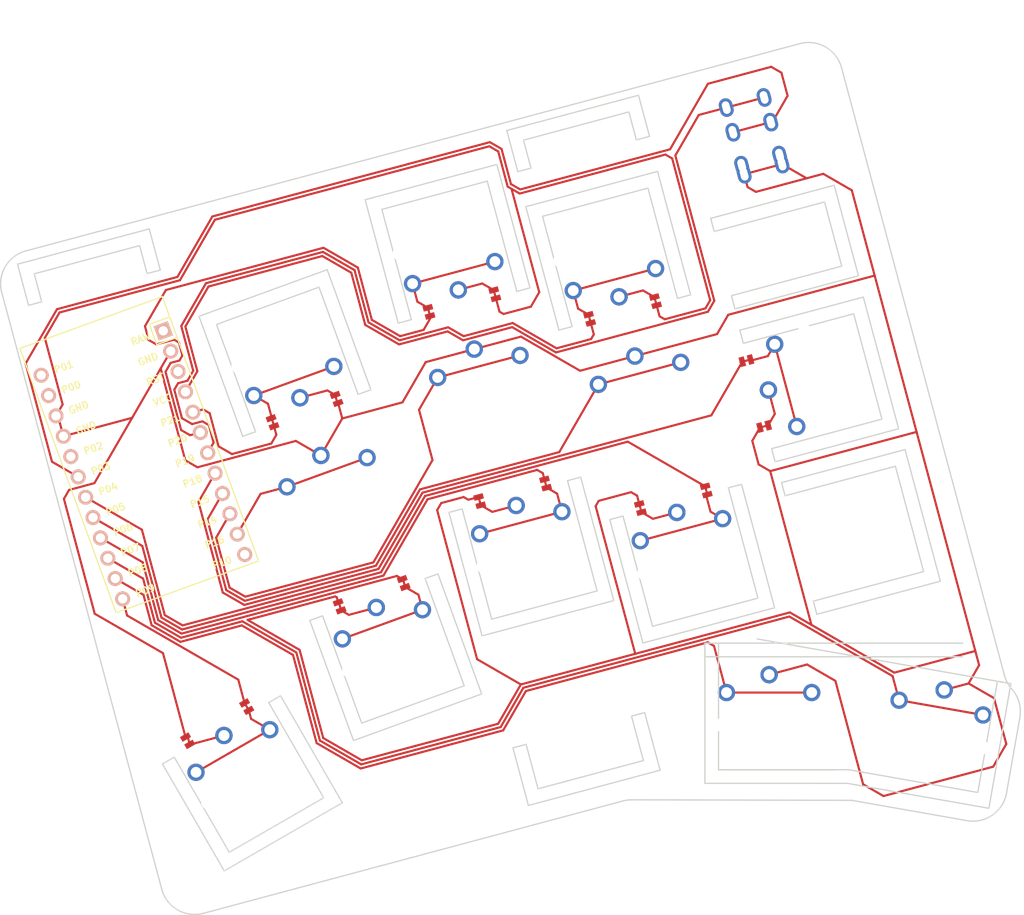
<source format=kicad_pcb>
(kicad_pcb (version 20171130) (host pcbnew "(5.1.10)-1")

  (general
    (thickness 1.6)
    (drawings 133)
    (tracks 317)
    (zones 0)
    (modules 31)
    (nets 23)
  )

  (page A3)
  (title_block
    (title KEYBOARD_NAME_HERE)
    (rev VERSION_HERE)
    (company YOUR_NAME_HERE)
  )

  (layers
    (0 F.Cu signal)
    (31 B.Cu signal)
    (32 B.Adhes user)
    (33 F.Adhes user)
    (34 B.Paste user)
    (35 F.Paste user)
    (36 B.SilkS user)
    (37 F.SilkS user)
    (38 B.Mask user)
    (39 F.Mask user)
    (40 Dwgs.User user)
    (41 Cmts.User user)
    (42 Eco1.User user)
    (43 Eco2.User user)
    (44 Edge.Cuts user)
    (45 Margin user)
    (46 B.CrtYd user)
    (47 F.CrtYd user)
    (48 B.Fab user)
    (49 F.Fab user)
  )

  (setup
    (last_trace_width 0.25)
    (trace_clearance 0.2)
    (zone_clearance 0.508)
    (zone_45_only no)
    (trace_min 0.2)
    (via_size 0.8)
    (via_drill 0.4)
    (via_min_size 0.4)
    (via_min_drill 0.3)
    (uvia_size 0.3)
    (uvia_drill 0.1)
    (uvias_allowed no)
    (uvia_min_size 0.2)
    (uvia_min_drill 0.1)
    (edge_width 0.05)
    (segment_width 0.2)
    (pcb_text_width 0.3)
    (pcb_text_size 1.5 1.5)
    (mod_edge_width 0.12)
    (mod_text_size 1 1)
    (mod_text_width 0.15)
    (pad_size 1.524 1.524)
    (pad_drill 0.762)
    (pad_to_mask_clearance 0.05)
    (aux_axis_origin 0 0)
    (visible_elements 7FFFFFFF)
    (pcbplotparams
      (layerselection 0x010fc_ffffffff)
      (usegerberextensions false)
      (usegerberattributes true)
      (usegerberadvancedattributes true)
      (creategerberjobfile true)
      (excludeedgelayer true)
      (linewidth 0.100000)
      (plotframeref false)
      (viasonmask false)
      (mode 1)
      (useauxorigin false)
      (hpglpennumber 1)
      (hpglpenspeed 20)
      (hpglpendiameter 15.000000)
      (psnegative false)
      (psa4output false)
      (plotreference true)
      (plotvalue true)
      (plotinvisibletext false)
      (padsonsilk false)
      (subtractmaskfromsilk false)
      (outputformat 1)
      (mirror false)
      (drillshape 0)
      (scaleselection 1)
      (outputdirectory "C:/Users/Ryan/cephalopoda/Metasepia pfefferi/alu/bent/large holes/"))
  )

  (net 0 "")
  (net 1 P9)
  (net 2 GND)
  (net 3 P6)
  (net 4 P16)
  (net 5 P21)
  (net 6 P5)
  (net 7 P14)
  (net 8 P20)
  (net 9 P4)
  (net 10 P15)
  (net 11 P19)
  (net 12 P18)
  (net 13 P8)
  (net 14 P7)
  (net 15 RAW)
  (net 16 RST)
  (net 17 VCC)
  (net 18 P10)
  (net 19 P1)
  (net 20 P0)
  (net 21 P2)
  (net 22 P3)

  (net_class Default "This is the default net class."
    (clearance 0.2)
    (trace_width 0.25)
    (via_dia 0.8)
    (via_drill 0.4)
    (uvia_dia 0.3)
    (uvia_drill 0.1)
    (add_net GND)
    (add_net P0)
    (add_net P1)
    (add_net P10)
    (add_net P14)
    (add_net P15)
    (add_net P16)
    (add_net P18)
    (add_net P19)
    (add_net P2)
    (add_net P20)
    (add_net P21)
    (add_net P3)
    (add_net P4)
    (add_net P5)
    (add_net P6)
    (add_net P7)
    (add_net P8)
    (add_net P9)
    (add_net RAW)
    (add_net RST)
    (add_net VCC)
  )

  (module PG1350 (layer F.Cu) (tedit 5DD50112) (tstamp 0)
    (at 24.390918 -57.247746 200)
    (fp_text reference S4 (at 0 0 15) (layer F.SilkS) hide
      (effects (font (size 1.27 1.27) (thickness 0.15)))
    )
    (fp_text value "" (at 0 0 15) (layer F.SilkS) hide
      (effects (font (size 1.27 1.27) (thickness 0.15)))
    )
    (fp_line (start -7 -6) (end -7 -7) (layer Dwgs.User) (width 0.15))
    (fp_line (start -7 7) (end -6 7) (layer Dwgs.User) (width 0.15))
    (fp_line (start -6 -7) (end -7 -7) (layer Dwgs.User) (width 0.15))
    (fp_line (start -7 7) (end -7 6) (layer Dwgs.User) (width 0.15))
    (fp_line (start 7 6) (end 7 7) (layer Dwgs.User) (width 0.15))
    (fp_line (start 7 -7) (end 6 -7) (layer Dwgs.User) (width 0.15))
    (fp_line (start 6 7) (end 7 7) (layer Dwgs.User) (width 0.15))
    (fp_line (start 7 -7) (end 7 -6) (layer Dwgs.User) (width 0.15))
    (fp_line (start -9 -8.5) (end 9 -8.5) (layer Dwgs.User) (width 0.15))
    (fp_line (start 9 -8.5) (end 9 8.5) (layer Dwgs.User) (width 0.15))
    (fp_line (start 9 8.5) (end -9 8.5) (layer Dwgs.User) (width 0.15))
    (fp_line (start -9 8.5) (end -9 -8.5) (layer Dwgs.User) (width 0.15))
    (pad "" np_thru_hole circle (at 0 0 15) (size 3.429 3.429) (drill 3.429) (layers *.Cu *.Mask))
    (pad "" np_thru_hole circle (at 5.5 0 15) (size 1.7018 1.7018) (drill 1.7018) (layers *.Cu *.Mask))
    (pad "" np_thru_hole circle (at -5.5 0 15) (size 1.7018 1.7018) (drill 1.7018) (layers *.Cu *.Mask))
    (pad 1 thru_hole circle (at 5 -3.8 15) (size 2.032 2.032) (drill 1.27) (layers *.Cu *.Mask)
      (net 5 P21))
    (pad 2 thru_hole circle (at 0 -5.9 15) (size 2.032 2.032) (drill 1.27) (layers *.Cu *.Mask)
      (net 2 GND))
    (pad 1 thru_hole circle (at -5 -3.8 15) (size 2.032 2.032) (drill 1.27) (layers *.Cu *.Mask)
      (net 5 P21))
    (pad 2 thru_hole circle (at 0 -5.9 15) (size 2.032 2.032) (drill 1.27) (layers *.Cu *.Mask)
      (net 2 GND))
  )

  (module PG1350 (layer F.Cu) (tedit 5DD50112) (tstamp 0)
    (at 81.455904 -13.298725)
    (fp_text reference S12 (at 0 0 15) (layer F.SilkS) hide
      (effects (font (size 1.27 1.27) (thickness 0.15)))
    )
    (fp_text value "" (at 0 0 15) (layer F.SilkS) hide
      (effects (font (size 1.27 1.27) (thickness 0.15)))
    )
    (fp_line (start -7 -6) (end -7 -7) (layer Dwgs.User) (width 0.15))
    (fp_line (start -7 7) (end -6 7) (layer Dwgs.User) (width 0.15))
    (fp_line (start -6 -7) (end -7 -7) (layer Dwgs.User) (width 0.15))
    (fp_line (start -7 7) (end -7 6) (layer Dwgs.User) (width 0.15))
    (fp_line (start 7 6) (end 7 7) (layer Dwgs.User) (width 0.15))
    (fp_line (start 7 -7) (end 6 -7) (layer Dwgs.User) (width 0.15))
    (fp_line (start 6 7) (end 7 7) (layer Dwgs.User) (width 0.15))
    (fp_line (start 7 -7) (end 7 -6) (layer Dwgs.User) (width 0.15))
    (fp_line (start -9 -8.5) (end 9 -8.5) (layer Dwgs.User) (width 0.15))
    (fp_line (start 9 -8.5) (end 9 8.5) (layer Dwgs.User) (width 0.15))
    (fp_line (start 9 8.5) (end -9 8.5) (layer Dwgs.User) (width 0.15))
    (fp_line (start -9 8.5) (end -9 -8.5) (layer Dwgs.User) (width 0.15))
    (pad "" np_thru_hole circle (at 0 0 15) (size 3.429 3.429) (drill 3.429) (layers *.Cu *.Mask))
    (pad "" np_thru_hole circle (at 5.5 0 15) (size 1.7018 1.7018) (drill 1.7018) (layers *.Cu *.Mask))
    (pad "" np_thru_hole circle (at -5.5 0 15) (size 1.7018 1.7018) (drill 1.7018) (layers *.Cu *.Mask))
    (pad 1 thru_hole circle (at 5 -3.8 15) (size 2.032 2.032) (drill 1.27) (layers *.Cu *.Mask)
      (net 13 P8))
    (pad 2 thru_hole circle (at 0 -5.9 15) (size 2.032 2.032) (drill 1.27) (layers *.Cu *.Mask)
      (net 2 GND))
    (pad 1 thru_hole circle (at -5 -3.8 15) (size 2.032 2.032) (drill 1.27) (layers *.Cu *.Mask)
      (net 13 P8))
    (pad 2 thru_hole circle (at 0 -5.9 15) (size 2.032 2.032) (drill 1.27) (layers *.Cu *.Mask)
      (net 2 GND))
  )

  (module PG1350 (layer F.Cu) (tedit 5DD50112) (tstamp 0)
    (at 20.446215 -6.948475 30)
    (fp_text reference S1 (at 0 0 15) (layer F.SilkS) hide
      (effects (font (size 1.27 1.27) (thickness 0.15)))
    )
    (fp_text value "" (at 0 0 15) (layer F.SilkS) hide
      (effects (font (size 1.27 1.27) (thickness 0.15)))
    )
    (fp_line (start -7 -6) (end -7 -7) (layer Dwgs.User) (width 0.15))
    (fp_line (start -7 7) (end -6 7) (layer Dwgs.User) (width 0.15))
    (fp_line (start -6 -7) (end -7 -7) (layer Dwgs.User) (width 0.15))
    (fp_line (start -7 7) (end -7 6) (layer Dwgs.User) (width 0.15))
    (fp_line (start 7 6) (end 7 7) (layer Dwgs.User) (width 0.15))
    (fp_line (start 7 -7) (end 6 -7) (layer Dwgs.User) (width 0.15))
    (fp_line (start 6 7) (end 7 7) (layer Dwgs.User) (width 0.15))
    (fp_line (start 7 -7) (end 7 -6) (layer Dwgs.User) (width 0.15))
    (fp_line (start -9 -8.5) (end 9 -8.5) (layer Dwgs.User) (width 0.15))
    (fp_line (start 9 -8.5) (end 9 8.5) (layer Dwgs.User) (width 0.15))
    (fp_line (start 9 8.5) (end -9 8.5) (layer Dwgs.User) (width 0.15))
    (fp_line (start -9 8.5) (end -9 -8.5) (layer Dwgs.User) (width 0.15))
    (pad "" np_thru_hole circle (at 0 0 15) (size 3.429 3.429) (drill 3.429) (layers *.Cu *.Mask))
    (pad "" np_thru_hole circle (at 5.5 0 15) (size 1.7018 1.7018) (drill 1.7018) (layers *.Cu *.Mask))
    (pad "" np_thru_hole circle (at -5.5 0 15) (size 1.7018 1.7018) (drill 1.7018) (layers *.Cu *.Mask))
    (pad 1 thru_hole circle (at 5 -3.8 15) (size 2.032 2.032) (drill 1.27) (layers *.Cu *.Mask)
      (net 1 P9))
    (pad 2 thru_hole circle (at 0 -5.9 15) (size 2.032 2.032) (drill 1.27) (layers *.Cu *.Mask)
      (net 2 GND))
    (pad 1 thru_hole circle (at -5 -3.8 15) (size 2.032 2.032) (drill 1.27) (layers *.Cu *.Mask)
      (net 1 P9))
    (pad 2 thru_hole circle (at 0 -5.9 15) (size 2.032 2.032) (drill 1.27) (layers *.Cu *.Mask)
      (net 2 GND))
  )

  (module lib:Jumper (layer F.Cu) (tedit 5E1ADAC2) (tstamp 0)
    (at 13.232053 -11.443683 120)
    (fp_text reference J1 (at 0 0 15) (layer F.SilkS) hide
      (effects (font (size 1.27 1.27) (thickness 0.15)))
    )
    (fp_text value Jumper (at 0 -7.3 15) (layer F.Fab)
      (effects (font (size 1 1) (thickness 0.15)))
    )
    (pad 1 smd rect (at -0.50038 0 120) (size 0.635 1.143) (layers F.Cu F.Paste F.Mask)
      (net 2 GND) (clearance 0.1905))
    (pad 2 smd rect (at 0.50038 0 120) (size 0.635 1.143) (layers F.Cu F.Paste F.Mask)
      (net 2 GND) (clearance 0.1905))
  )

  (module lib:Jumper (layer F.Cu) (tedit 5E1ADAC2) (tstamp 0)
    (at 20.160237 -15.443728 120)
    (fp_text reference J2 (at 0 0 15) (layer F.SilkS) hide
      (effects (font (size 1.27 1.27) (thickness 0.15)))
    )
    (fp_text value Jumper (at 0 -7.3 15) (layer F.Fab)
      (effects (font (size 1 1) (thickness 0.15)))
    )
    (pad 1 smd rect (at -0.50038 0 120) (size 0.635 1.143) (layers F.Cu F.Paste F.Mask)
      (net 1 P9) (clearance 0.1905))
    (pad 2 smd rect (at 0.50038 0 120) (size 0.635 1.143) (layers F.Cu F.Paste F.Mask)
      (net 1 P9) (clearance 0.1905))
  )

  (module PG1350 (layer F.Cu) (tedit 5DD50112) (tstamp 0)
    (at 37.387667 -21.53942 20)
    (fp_text reference S2 (at 0 0 15) (layer F.SilkS) hide
      (effects (font (size 1.27 1.27) (thickness 0.15)))
    )
    (fp_text value "" (at 0 0 15) (layer F.SilkS) hide
      (effects (font (size 1.27 1.27) (thickness 0.15)))
    )
    (fp_line (start -7 -6) (end -7 -7) (layer Dwgs.User) (width 0.15))
    (fp_line (start -7 7) (end -6 7) (layer Dwgs.User) (width 0.15))
    (fp_line (start -6 -7) (end -7 -7) (layer Dwgs.User) (width 0.15))
    (fp_line (start -7 7) (end -7 6) (layer Dwgs.User) (width 0.15))
    (fp_line (start 7 6) (end 7 7) (layer Dwgs.User) (width 0.15))
    (fp_line (start 7 -7) (end 6 -7) (layer Dwgs.User) (width 0.15))
    (fp_line (start 6 7) (end 7 7) (layer Dwgs.User) (width 0.15))
    (fp_line (start 7 -7) (end 7 -6) (layer Dwgs.User) (width 0.15))
    (fp_line (start -9 -8.5) (end 9 -8.5) (layer Dwgs.User) (width 0.15))
    (fp_line (start 9 -8.5) (end 9 8.5) (layer Dwgs.User) (width 0.15))
    (fp_line (start 9 8.5) (end -9 8.5) (layer Dwgs.User) (width 0.15))
    (fp_line (start -9 8.5) (end -9 -8.5) (layer Dwgs.User) (width 0.15))
    (pad "" np_thru_hole circle (at 0 0 15) (size 3.429 3.429) (drill 3.429) (layers *.Cu *.Mask))
    (pad "" np_thru_hole circle (at 5.5 0 15) (size 1.7018 1.7018) (drill 1.7018) (layers *.Cu *.Mask))
    (pad "" np_thru_hole circle (at -5.5 0 15) (size 1.7018 1.7018) (drill 1.7018) (layers *.Cu *.Mask))
    (pad 1 thru_hole circle (at 5 -3.8 15) (size 2.032 2.032) (drill 1.27) (layers *.Cu *.Mask)
      (net 3 P6))
    (pad 2 thru_hole circle (at 0 -5.9 15) (size 2.032 2.032) (drill 1.27) (layers *.Cu *.Mask)
      (net 2 GND))
    (pad 1 thru_hole circle (at -5 -3.8 15) (size 2.032 2.032) (drill 1.27) (layers *.Cu *.Mask)
      (net 3 P6))
    (pad 2 thru_hole circle (at 0 -5.9 15) (size 2.032 2.032) (drill 1.27) (layers *.Cu *.Mask)
      (net 2 GND))
  )

  (module lib:Jumper (layer F.Cu) (tedit 5E1ADAC2) (tstamp 0)
    (at 31.063677 -27.219082 110)
    (fp_text reference J3 (at 0 0 15) (layer F.SilkS) hide
      (effects (font (size 1.27 1.27) (thickness 0.15)))
    )
    (fp_text value Jumper (at 0 -7.3 15) (layer F.Fab)
      (effects (font (size 1 1) (thickness 0.15)))
    )
    (pad 1 smd rect (at -0.50038 0 110) (size 0.635 1.143) (layers F.Cu F.Paste F.Mask)
      (net 2 GND) (clearance 0.1905))
    (pad 2 smd rect (at 0.50038 0 110) (size 0.635 1.143) (layers F.Cu F.Paste F.Mask)
      (net 2 GND) (clearance 0.1905))
  )

  (module lib:Jumper (layer F.Cu) (tedit 5E1ADAC2) (tstamp 0)
    (at 38.581271 -29.955209 110)
    (fp_text reference J4 (at 0 0 15) (layer F.SilkS) hide
      (effects (font (size 1.27 1.27) (thickness 0.15)))
    )
    (fp_text value Jumper (at 0 -7.3 15) (layer F.Fab)
      (effects (font (size 1 1) (thickness 0.15)))
    )
    (pad 1 smd rect (at -0.50038 0 110) (size 0.635 1.143) (layers F.Cu F.Paste F.Mask)
      (net 3 P6) (clearance 0.1905))
    (pad 2 smd rect (at 0.50038 0 110) (size 0.635 1.143) (layers F.Cu F.Paste F.Mask)
      (net 3 P6) (clearance 0.1905))
  )

  (module PG1350 (layer F.Cu) (tedit 5DD50112) (tstamp 0)
    (at 30.889243 -39.393571 20)
    (fp_text reference S3 (at 0 0 15) (layer F.SilkS) hide
      (effects (font (size 1.27 1.27) (thickness 0.15)))
    )
    (fp_text value "" (at 0 0 15) (layer F.SilkS) hide
      (effects (font (size 1.27 1.27) (thickness 0.15)))
    )
    (fp_line (start -7 -6) (end -7 -7) (layer Dwgs.User) (width 0.15))
    (fp_line (start -7 7) (end -6 7) (layer Dwgs.User) (width 0.15))
    (fp_line (start -6 -7) (end -7 -7) (layer Dwgs.User) (width 0.15))
    (fp_line (start -7 7) (end -7 6) (layer Dwgs.User) (width 0.15))
    (fp_line (start 7 6) (end 7 7) (layer Dwgs.User) (width 0.15))
    (fp_line (start 7 -7) (end 6 -7) (layer Dwgs.User) (width 0.15))
    (fp_line (start 6 7) (end 7 7) (layer Dwgs.User) (width 0.15))
    (fp_line (start 7 -7) (end 7 -6) (layer Dwgs.User) (width 0.15))
    (fp_line (start -9 -8.5) (end 9 -8.5) (layer Dwgs.User) (width 0.15))
    (fp_line (start 9 -8.5) (end 9 8.5) (layer Dwgs.User) (width 0.15))
    (fp_line (start 9 8.5) (end -9 8.5) (layer Dwgs.User) (width 0.15))
    (fp_line (start -9 8.5) (end -9 -8.5) (layer Dwgs.User) (width 0.15))
    (pad "" np_thru_hole circle (at 0 0 15) (size 3.429 3.429) (drill 3.429) (layers *.Cu *.Mask))
    (pad "" np_thru_hole circle (at 5.5 0 15) (size 1.7018 1.7018) (drill 1.7018) (layers *.Cu *.Mask))
    (pad "" np_thru_hole circle (at -5.5 0 15) (size 1.7018 1.7018) (drill 1.7018) (layers *.Cu *.Mask))
    (pad 1 thru_hole circle (at 5 -3.8 15) (size 2.032 2.032) (drill 1.27) (layers *.Cu *.Mask)
      (net 4 P16))
    (pad 2 thru_hole circle (at 0 -5.9 15) (size 2.032 2.032) (drill 1.27) (layers *.Cu *.Mask)
      (net 2 GND))
    (pad 1 thru_hole circle (at -5 -3.8 15) (size 2.032 2.032) (drill 1.27) (layers *.Cu *.Mask)
      (net 4 P16))
    (pad 2 thru_hole circle (at 0 -5.9 15) (size 2.032 2.032) (drill 1.27) (layers *.Cu *.Mask)
      (net 2 GND))
  )

  (module lib:Jumper (layer F.Cu) (tedit 5E1ADAC2) (tstamp 0)
    (at 30.714784 -51.568155 290)
    (fp_text reference J5 (at 0 0 15) (layer F.SilkS) hide
      (effects (font (size 1.27 1.27) (thickness 0.15)))
    )
    (fp_text value Jumper (at 0 -7.3 15) (layer F.Fab)
      (effects (font (size 1 1) (thickness 0.15)))
    )
    (pad 1 smd rect (at -0.50038 0 290) (size 0.635 1.143) (layers F.Cu F.Paste F.Mask)
      (net 2 GND) (clearance 0.1905))
    (pad 2 smd rect (at 0.50038 0 290) (size 0.635 1.143) (layers F.Cu F.Paste F.Mask)
      (net 2 GND) (clearance 0.1905))
  )

  (module lib:Jumper (layer F.Cu) (tedit 5E1ADAC2) (tstamp 0)
    (at 23.197314 -48.831958 290)
    (fp_text reference J6 (at 0 0 15) (layer F.SilkS) hide
      (effects (font (size 1.27 1.27) (thickness 0.15)))
    )
    (fp_text value Jumper (at 0 -7.3 15) (layer F.Fab)
      (effects (font (size 1 1) (thickness 0.15)))
    )
    (pad 1 smd rect (at -0.50038 0 290) (size 0.635 1.143) (layers F.Cu F.Paste F.Mask)
      (net 5 P21) (clearance 0.1905))
    (pad 2 smd rect (at 0.50038 0 290) (size 0.635 1.143) (layers F.Cu F.Paste F.Mask)
      (net 5 P21) (clearance 0.1905))
  )

  (module PG1350 (layer F.Cu) (tedit 5DD50112) (tstamp 0)
    (at 53.303686 -33.36276 15)
    (fp_text reference S5 (at 0 0 15) (layer F.SilkS) hide
      (effects (font (size 1.27 1.27) (thickness 0.15)))
    )
    (fp_text value "" (at 0 0 15) (layer F.SilkS) hide
      (effects (font (size 1.27 1.27) (thickness 0.15)))
    )
    (fp_line (start -7 -6) (end -7 -7) (layer Dwgs.User) (width 0.15))
    (fp_line (start -7 7) (end -6 7) (layer Dwgs.User) (width 0.15))
    (fp_line (start -6 -7) (end -7 -7) (layer Dwgs.User) (width 0.15))
    (fp_line (start -7 7) (end -7 6) (layer Dwgs.User) (width 0.15))
    (fp_line (start 7 6) (end 7 7) (layer Dwgs.User) (width 0.15))
    (fp_line (start 7 -7) (end 6 -7) (layer Dwgs.User) (width 0.15))
    (fp_line (start 6 7) (end 7 7) (layer Dwgs.User) (width 0.15))
    (fp_line (start 7 -7) (end 7 -6) (layer Dwgs.User) (width 0.15))
    (fp_line (start -9 -8.5) (end 9 -8.5) (layer Dwgs.User) (width 0.15))
    (fp_line (start 9 -8.5) (end 9 8.5) (layer Dwgs.User) (width 0.15))
    (fp_line (start 9 8.5) (end -9 8.5) (layer Dwgs.User) (width 0.15))
    (fp_line (start -9 8.5) (end -9 -8.5) (layer Dwgs.User) (width 0.15))
    (pad "" np_thru_hole circle (at 0 0 15) (size 3.429 3.429) (drill 3.429) (layers *.Cu *.Mask))
    (pad "" np_thru_hole circle (at 5.5 0 15) (size 1.7018 1.7018) (drill 1.7018) (layers *.Cu *.Mask))
    (pad "" np_thru_hole circle (at -5.5 0 15) (size 1.7018 1.7018) (drill 1.7018) (layers *.Cu *.Mask))
    (pad 1 thru_hole circle (at 5 -3.8 15) (size 2.032 2.032) (drill 1.27) (layers *.Cu *.Mask)
      (net 6 P5))
    (pad 2 thru_hole circle (at 0 -5.9 15) (size 2.032 2.032) (drill 1.27) (layers *.Cu *.Mask)
      (net 2 GND))
    (pad 1 thru_hole circle (at -5 -3.8 15) (size 2.032 2.032) (drill 1.27) (layers *.Cu *.Mask)
      (net 6 P5))
    (pad 2 thru_hole circle (at 0 -5.9 15) (size 2.032 2.032) (drill 1.27) (layers *.Cu *.Mask)
      (net 2 GND))
  )

  (module lib:Jumper (layer F.Cu) (tedit 5E1ADAC2) (tstamp 0)
    (at 47.49884 -39.571927 105)
    (fp_text reference J7 (at 0 0 15) (layer F.SilkS) hide
      (effects (font (size 1.27 1.27) (thickness 0.15)))
    )
    (fp_text value Jumper (at 0 -7.3 15) (layer F.Fab)
      (effects (font (size 1 1) (thickness 0.15)))
    )
    (pad 1 smd rect (at -0.50038 0 105) (size 0.635 1.143) (layers F.Cu F.Paste F.Mask)
      (net 2 GND) (clearance 0.1905))
    (pad 2 smd rect (at 0.50038 0 105) (size 0.635 1.143) (layers F.Cu F.Paste F.Mask)
      (net 2 GND) (clearance 0.1905))
  )

  (module lib:Jumper (layer F.Cu) (tedit 5E1ADAC2) (tstamp 0)
    (at 55.226247 -41.64248 105)
    (fp_text reference J8 (at 0 0 15) (layer F.SilkS) hide
      (effects (font (size 1.27 1.27) (thickness 0.15)))
    )
    (fp_text value Jumper (at 0 -7.3 15) (layer F.Fab)
      (effects (font (size 1 1) (thickness 0.15)))
    )
    (pad 1 smd rect (at -0.50038 0 105) (size 0.635 1.143) (layers F.Cu F.Paste F.Mask)
      (net 6 P5) (clearance 0.1905))
    (pad 2 smd rect (at 0.50038 0 105) (size 0.635 1.143) (layers F.Cu F.Paste F.Mask)
      (net 6 P5) (clearance 0.1905))
  )

  (module PG1350 (layer F.Cu) (tedit 5DD50112) (tstamp 0)
    (at 48.386124 -51.71535 15)
    (fp_text reference S6 (at 0 0 15) (layer F.SilkS) hide
      (effects (font (size 1.27 1.27) (thickness 0.15)))
    )
    (fp_text value "" (at 0 0 15) (layer F.SilkS) hide
      (effects (font (size 1.27 1.27) (thickness 0.15)))
    )
    (fp_line (start -7 -6) (end -7 -7) (layer Dwgs.User) (width 0.15))
    (fp_line (start -7 7) (end -6 7) (layer Dwgs.User) (width 0.15))
    (fp_line (start -6 -7) (end -7 -7) (layer Dwgs.User) (width 0.15))
    (fp_line (start -7 7) (end -7 6) (layer Dwgs.User) (width 0.15))
    (fp_line (start 7 6) (end 7 7) (layer Dwgs.User) (width 0.15))
    (fp_line (start 7 -7) (end 6 -7) (layer Dwgs.User) (width 0.15))
    (fp_line (start 6 7) (end 7 7) (layer Dwgs.User) (width 0.15))
    (fp_line (start 7 -7) (end 7 -6) (layer Dwgs.User) (width 0.15))
    (fp_line (start -9 -8.5) (end 9 -8.5) (layer Dwgs.User) (width 0.15))
    (fp_line (start 9 -8.5) (end 9 8.5) (layer Dwgs.User) (width 0.15))
    (fp_line (start 9 8.5) (end -9 8.5) (layer Dwgs.User) (width 0.15))
    (fp_line (start -9 8.5) (end -9 -8.5) (layer Dwgs.User) (width 0.15))
    (pad "" np_thru_hole circle (at 0 0 15) (size 3.429 3.429) (drill 3.429) (layers *.Cu *.Mask))
    (pad "" np_thru_hole circle (at 5.5 0 15) (size 1.7018 1.7018) (drill 1.7018) (layers *.Cu *.Mask))
    (pad "" np_thru_hole circle (at -5.5 0 15) (size 1.7018 1.7018) (drill 1.7018) (layers *.Cu *.Mask))
    (pad 1 thru_hole circle (at 5 -3.8 15) (size 2.032 2.032) (drill 1.27) (layers *.Cu *.Mask)
      (net 7 P14))
    (pad 2 thru_hole circle (at 0 -5.9 15) (size 2.032 2.032) (drill 1.27) (layers *.Cu *.Mask)
      (net 2 GND))
    (pad 1 thru_hole circle (at -5 -3.8 15) (size 2.032 2.032) (drill 1.27) (layers *.Cu *.Mask)
      (net 7 P14))
    (pad 2 thru_hole circle (at 0 -5.9 15) (size 2.032 2.032) (drill 1.27) (layers *.Cu *.Mask)
      (net 2 GND))
  )

  (module PG1350 (layer F.Cu) (tedit 5DD50112) (tstamp 0)
    (at 43.468563 -70.067941 195)
    (fp_text reference S7 (at 0 0 15) (layer F.SilkS) hide
      (effects (font (size 1.27 1.27) (thickness 0.15)))
    )
    (fp_text value "" (at 0 0 15) (layer F.SilkS) hide
      (effects (font (size 1.27 1.27) (thickness 0.15)))
    )
    (fp_line (start -7 -6) (end -7 -7) (layer Dwgs.User) (width 0.15))
    (fp_line (start -7 7) (end -6 7) (layer Dwgs.User) (width 0.15))
    (fp_line (start -6 -7) (end -7 -7) (layer Dwgs.User) (width 0.15))
    (fp_line (start -7 7) (end -7 6) (layer Dwgs.User) (width 0.15))
    (fp_line (start 7 6) (end 7 7) (layer Dwgs.User) (width 0.15))
    (fp_line (start 7 -7) (end 6 -7) (layer Dwgs.User) (width 0.15))
    (fp_line (start 6 7) (end 7 7) (layer Dwgs.User) (width 0.15))
    (fp_line (start 7 -7) (end 7 -6) (layer Dwgs.User) (width 0.15))
    (fp_line (start -9 -8.5) (end 9 -8.5) (layer Dwgs.User) (width 0.15))
    (fp_line (start 9 -8.5) (end 9 8.5) (layer Dwgs.User) (width 0.15))
    (fp_line (start 9 8.5) (end -9 8.5) (layer Dwgs.User) (width 0.15))
    (fp_line (start -9 8.5) (end -9 -8.5) (layer Dwgs.User) (width 0.15))
    (pad "" np_thru_hole circle (at 0 0 15) (size 3.429 3.429) (drill 3.429) (layers *.Cu *.Mask))
    (pad "" np_thru_hole circle (at 5.5 0 15) (size 1.7018 1.7018) (drill 1.7018) (layers *.Cu *.Mask))
    (pad "" np_thru_hole circle (at -5.5 0 15) (size 1.7018 1.7018) (drill 1.7018) (layers *.Cu *.Mask))
    (pad 1 thru_hole circle (at 5 -3.8 15) (size 2.032 2.032) (drill 1.27) (layers *.Cu *.Mask)
      (net 8 P20))
    (pad 2 thru_hole circle (at 0 -5.9 15) (size 2.032 2.032) (drill 1.27) (layers *.Cu *.Mask)
      (net 2 GND))
    (pad 1 thru_hole circle (at -5 -3.8 15) (size 2.032 2.032) (drill 1.27) (layers *.Cu *.Mask)
      (net 8 P20))
    (pad 2 thru_hole circle (at 0 -5.9 15) (size 2.032 2.032) (drill 1.27) (layers *.Cu *.Mask)
      (net 2 GND))
  )

  (module lib:Jumper (layer F.Cu) (tedit 5E1ADAC2) (tstamp 0)
    (at 49.273409 -63.858774 285)
    (fp_text reference J9 (at 0 0 15) (layer F.SilkS) hide
      (effects (font (size 1.27 1.27) (thickness 0.15)))
    )
    (fp_text value Jumper (at 0 -7.3 15) (layer F.Fab)
      (effects (font (size 1 1) (thickness 0.15)))
    )
    (pad 1 smd rect (at -0.50038 0 285) (size 0.635 1.143) (layers F.Cu F.Paste F.Mask)
      (net 2 GND) (clearance 0.1905))
    (pad 2 smd rect (at 0.50038 0 285) (size 0.635 1.143) (layers F.Cu F.Paste F.Mask)
      (net 2 GND) (clearance 0.1905))
  )

  (module lib:Jumper (layer F.Cu) (tedit 5E1ADAC2) (tstamp 0)
    (at 41.546002 -61.788222 285)
    (fp_text reference J10 (at 0 0 15) (layer F.SilkS) hide
      (effects (font (size 1.27 1.27) (thickness 0.15)))
    )
    (fp_text value Jumper (at 0 -7.3 15) (layer F.Fab)
      (effects (font (size 1 1) (thickness 0.15)))
    )
    (pad 1 smd rect (at -0.50038 0 285) (size 0.635 1.143) (layers F.Cu F.Paste F.Mask)
      (net 8 P20) (clearance 0.1905))
    (pad 2 smd rect (at 0.50038 0 285) (size 0.635 1.143) (layers F.Cu F.Paste F.Mask)
      (net 8 P20) (clearance 0.1905))
  )

  (module PG1350 (layer F.Cu) (tedit 5DD50112) (tstamp 0)
    (at 72.157001 -32.547891 15)
    (fp_text reference S8 (at 0 0 15) (layer F.SilkS) hide
      (effects (font (size 1.27 1.27) (thickness 0.15)))
    )
    (fp_text value "" (at 0 0 15) (layer F.SilkS) hide
      (effects (font (size 1.27 1.27) (thickness 0.15)))
    )
    (fp_line (start -7 -6) (end -7 -7) (layer Dwgs.User) (width 0.15))
    (fp_line (start -7 7) (end -6 7) (layer Dwgs.User) (width 0.15))
    (fp_line (start -6 -7) (end -7 -7) (layer Dwgs.User) (width 0.15))
    (fp_line (start -7 7) (end -7 6) (layer Dwgs.User) (width 0.15))
    (fp_line (start 7 6) (end 7 7) (layer Dwgs.User) (width 0.15))
    (fp_line (start 7 -7) (end 6 -7) (layer Dwgs.User) (width 0.15))
    (fp_line (start 6 7) (end 7 7) (layer Dwgs.User) (width 0.15))
    (fp_line (start 7 -7) (end 7 -6) (layer Dwgs.User) (width 0.15))
    (fp_line (start -9 -8.5) (end 9 -8.5) (layer Dwgs.User) (width 0.15))
    (fp_line (start 9 -8.5) (end 9 8.5) (layer Dwgs.User) (width 0.15))
    (fp_line (start 9 8.5) (end -9 8.5) (layer Dwgs.User) (width 0.15))
    (fp_line (start -9 8.5) (end -9 -8.5) (layer Dwgs.User) (width 0.15))
    (pad "" np_thru_hole circle (at 0 0 15) (size 3.429 3.429) (drill 3.429) (layers *.Cu *.Mask))
    (pad "" np_thru_hole circle (at 5.5 0 15) (size 1.7018 1.7018) (drill 1.7018) (layers *.Cu *.Mask))
    (pad "" np_thru_hole circle (at -5.5 0 15) (size 1.7018 1.7018) (drill 1.7018) (layers *.Cu *.Mask))
    (pad 1 thru_hole circle (at 5 -3.8 15) (size 2.032 2.032) (drill 1.27) (layers *.Cu *.Mask)
      (net 9 P4))
    (pad 2 thru_hole circle (at 0 -5.9 15) (size 2.032 2.032) (drill 1.27) (layers *.Cu *.Mask)
      (net 2 GND))
    (pad 1 thru_hole circle (at -5 -3.8 15) (size 2.032 2.032) (drill 1.27) (layers *.Cu *.Mask)
      (net 9 P4))
    (pad 2 thru_hole circle (at 0 -5.9 15) (size 2.032 2.032) (drill 1.27) (layers *.Cu *.Mask)
      (net 2 GND))
  )

  (module lib:Jumper (layer F.Cu) (tedit 5E1ADAC2) (tstamp 0)
    (at 66.352155 -38.757058 105)
    (fp_text reference J11 (at 0 0 15) (layer F.SilkS) hide
      (effects (font (size 1.27 1.27) (thickness 0.15)))
    )
    (fp_text value Jumper (at 0 -7.3 15) (layer F.Fab)
      (effects (font (size 1 1) (thickness 0.15)))
    )
    (pad 1 smd rect (at -0.50038 0 105) (size 0.635 1.143) (layers F.Cu F.Paste F.Mask)
      (net 2 GND) (clearance 0.1905))
    (pad 2 smd rect (at 0.50038 0 105) (size 0.635 1.143) (layers F.Cu F.Paste F.Mask)
      (net 2 GND) (clearance 0.1905))
  )

  (module lib:Jumper (layer F.Cu) (tedit 5E1ADAC2) (tstamp 0)
    (at 74.079561 -40.827611 105)
    (fp_text reference J12 (at 0 0 15) (layer F.SilkS) hide
      (effects (font (size 1.27 1.27) (thickness 0.15)))
    )
    (fp_text value Jumper (at 0 -7.3 15) (layer F.Fab)
      (effects (font (size 1 1) (thickness 0.15)))
    )
    (pad 1 smd rect (at -0.50038 0 105) (size 0.635 1.143) (layers F.Cu F.Paste F.Mask)
      (net 9 P4) (clearance 0.1905))
    (pad 2 smd rect (at 0.50038 0 105) (size 0.635 1.143) (layers F.Cu F.Paste F.Mask)
      (net 9 P4) (clearance 0.1905))
  )

  (module PG1350 (layer F.Cu) (tedit 5DD50112) (tstamp 0)
    (at 67.239438 -50.900482 15)
    (fp_text reference S9 (at 0 0 15) (layer F.SilkS) hide
      (effects (font (size 1.27 1.27) (thickness 0.15)))
    )
    (fp_text value "" (at 0 0 15) (layer F.SilkS) hide
      (effects (font (size 1.27 1.27) (thickness 0.15)))
    )
    (fp_line (start -7 -6) (end -7 -7) (layer Dwgs.User) (width 0.15))
    (fp_line (start -7 7) (end -6 7) (layer Dwgs.User) (width 0.15))
    (fp_line (start -6 -7) (end -7 -7) (layer Dwgs.User) (width 0.15))
    (fp_line (start -7 7) (end -7 6) (layer Dwgs.User) (width 0.15))
    (fp_line (start 7 6) (end 7 7) (layer Dwgs.User) (width 0.15))
    (fp_line (start 7 -7) (end 6 -7) (layer Dwgs.User) (width 0.15))
    (fp_line (start 6 7) (end 7 7) (layer Dwgs.User) (width 0.15))
    (fp_line (start 7 -7) (end 7 -6) (layer Dwgs.User) (width 0.15))
    (fp_line (start -9 -8.5) (end 9 -8.5) (layer Dwgs.User) (width 0.15))
    (fp_line (start 9 -8.5) (end 9 8.5) (layer Dwgs.User) (width 0.15))
    (fp_line (start 9 8.5) (end -9 8.5) (layer Dwgs.User) (width 0.15))
    (fp_line (start -9 8.5) (end -9 -8.5) (layer Dwgs.User) (width 0.15))
    (pad "" np_thru_hole circle (at 0 0 15) (size 3.429 3.429) (drill 3.429) (layers *.Cu *.Mask))
    (pad "" np_thru_hole circle (at 5.5 0 15) (size 1.7018 1.7018) (drill 1.7018) (layers *.Cu *.Mask))
    (pad "" np_thru_hole circle (at -5.5 0 15) (size 1.7018 1.7018) (drill 1.7018) (layers *.Cu *.Mask))
    (pad 1 thru_hole circle (at 5 -3.8 15) (size 2.032 2.032) (drill 1.27) (layers *.Cu *.Mask)
      (net 10 P15))
    (pad 2 thru_hole circle (at 0 -5.9 15) (size 2.032 2.032) (drill 1.27) (layers *.Cu *.Mask)
      (net 2 GND))
    (pad 1 thru_hole circle (at -5 -3.8 15) (size 2.032 2.032) (drill 1.27) (layers *.Cu *.Mask)
      (net 10 P15))
    (pad 2 thru_hole circle (at 0 -5.9 15) (size 2.032 2.032) (drill 1.27) (layers *.Cu *.Mask)
      (net 2 GND))
  )

  (module PG1350 (layer F.Cu) (tedit 5DD50112) (tstamp 0)
    (at 62.321877 -69.253073 195)
    (fp_text reference S10 (at 0 0 15) (layer F.SilkS) hide
      (effects (font (size 1.27 1.27) (thickness 0.15)))
    )
    (fp_text value "" (at 0 0 15) (layer F.SilkS) hide
      (effects (font (size 1.27 1.27) (thickness 0.15)))
    )
    (fp_line (start -7 -6) (end -7 -7) (layer Dwgs.User) (width 0.15))
    (fp_line (start -7 7) (end -6 7) (layer Dwgs.User) (width 0.15))
    (fp_line (start -6 -7) (end -7 -7) (layer Dwgs.User) (width 0.15))
    (fp_line (start -7 7) (end -7 6) (layer Dwgs.User) (width 0.15))
    (fp_line (start 7 6) (end 7 7) (layer Dwgs.User) (width 0.15))
    (fp_line (start 7 -7) (end 6 -7) (layer Dwgs.User) (width 0.15))
    (fp_line (start 6 7) (end 7 7) (layer Dwgs.User) (width 0.15))
    (fp_line (start 7 -7) (end 7 -6) (layer Dwgs.User) (width 0.15))
    (fp_line (start -9 -8.5) (end 9 -8.5) (layer Dwgs.User) (width 0.15))
    (fp_line (start 9 -8.5) (end 9 8.5) (layer Dwgs.User) (width 0.15))
    (fp_line (start 9 8.5) (end -9 8.5) (layer Dwgs.User) (width 0.15))
    (fp_line (start -9 8.5) (end -9 -8.5) (layer Dwgs.User) (width 0.15))
    (pad "" np_thru_hole circle (at 0 0 15) (size 3.429 3.429) (drill 3.429) (layers *.Cu *.Mask))
    (pad "" np_thru_hole circle (at 5.5 0 15) (size 1.7018 1.7018) (drill 1.7018) (layers *.Cu *.Mask))
    (pad "" np_thru_hole circle (at -5.5 0 15) (size 1.7018 1.7018) (drill 1.7018) (layers *.Cu *.Mask))
    (pad 1 thru_hole circle (at 5 -3.8 15) (size 2.032 2.032) (drill 1.27) (layers *.Cu *.Mask)
      (net 11 P19))
    (pad 2 thru_hole circle (at 0 -5.9 15) (size 2.032 2.032) (drill 1.27) (layers *.Cu *.Mask)
      (net 2 GND))
    (pad 1 thru_hole circle (at -5 -3.8 15) (size 2.032 2.032) (drill 1.27) (layers *.Cu *.Mask)
      (net 11 P19))
    (pad 2 thru_hole circle (at 0 -5.9 15) (size 2.032 2.032) (drill 1.27) (layers *.Cu *.Mask)
      (net 2 GND))
  )

  (module lib:Jumper (layer F.Cu) (tedit 5E1ADAC2) (tstamp 0)
    (at 68.126723 -63.043904 285)
    (fp_text reference J13 (at 0 0 15) (layer F.SilkS) hide
      (effects (font (size 1.27 1.27) (thickness 0.15)))
    )
    (fp_text value Jumper (at 0 -7.3 15) (layer F.Fab)
      (effects (font (size 1 1) (thickness 0.15)))
    )
    (pad 1 smd rect (at -0.50038 0 285) (size 0.635 1.143) (layers F.Cu F.Paste F.Mask)
      (net 2 GND) (clearance 0.1905))
    (pad 2 smd rect (at 0.50038 0 285) (size 0.635 1.143) (layers F.Cu F.Paste F.Mask)
      (net 2 GND) (clearance 0.1905))
  )

  (module lib:Jumper (layer F.Cu) (tedit 5E1ADAC2) (tstamp 0)
    (at 60.399317 -60.973352 285)
    (fp_text reference J14 (at 0 0 15) (layer F.SilkS) hide
      (effects (font (size 1.27 1.27) (thickness 0.15)))
    )
    (fp_text value Jumper (at 0 -7.3 15) (layer F.Fab)
      (effects (font (size 1 1) (thickness 0.15)))
    )
    (pad 1 smd rect (at -0.50038 0 285) (size 0.635 1.143) (layers F.Cu F.Paste F.Mask)
      (net 11 P19) (clearance 0.1905))
    (pad 2 smd rect (at 0.50038 0 285) (size 0.635 1.143) (layers F.Cu F.Paste F.Mask)
      (net 11 P19) (clearance 0.1905))
  )

  (module PG1350 (layer F.Cu) (tedit 5DD50112) (tstamp 0)
    (at 87.075594 -54.14501 105)
    (fp_text reference S11 (at 0 0 15) (layer F.SilkS) hide
      (effects (font (size 1.27 1.27) (thickness 0.15)))
    )
    (fp_text value "" (at 0 0 15) (layer F.SilkS) hide
      (effects (font (size 1.27 1.27) (thickness 0.15)))
    )
    (fp_line (start -7 -6) (end -7 -7) (layer Dwgs.User) (width 0.15))
    (fp_line (start -7 7) (end -6 7) (layer Dwgs.User) (width 0.15))
    (fp_line (start -6 -7) (end -7 -7) (layer Dwgs.User) (width 0.15))
    (fp_line (start -7 7) (end -7 6) (layer Dwgs.User) (width 0.15))
    (fp_line (start 7 6) (end 7 7) (layer Dwgs.User) (width 0.15))
    (fp_line (start 7 -7) (end 6 -7) (layer Dwgs.User) (width 0.15))
    (fp_line (start 6 7) (end 7 7) (layer Dwgs.User) (width 0.15))
    (fp_line (start 7 -7) (end 7 -6) (layer Dwgs.User) (width 0.15))
    (fp_line (start -9 -8.5) (end 9 -8.5) (layer Dwgs.User) (width 0.15))
    (fp_line (start 9 -8.5) (end 9 8.5) (layer Dwgs.User) (width 0.15))
    (fp_line (start 9 8.5) (end -9 8.5) (layer Dwgs.User) (width 0.15))
    (fp_line (start -9 8.5) (end -9 -8.5) (layer Dwgs.User) (width 0.15))
    (pad "" np_thru_hole circle (at 0 0 15) (size 3.429 3.429) (drill 3.429) (layers *.Cu *.Mask))
    (pad "" np_thru_hole circle (at 5.5 0 15) (size 1.7018 1.7018) (drill 1.7018) (layers *.Cu *.Mask))
    (pad "" np_thru_hole circle (at -5.5 0 15) (size 1.7018 1.7018) (drill 1.7018) (layers *.Cu *.Mask))
    (pad 1 thru_hole circle (at 5 -3.8 15) (size 2.032 2.032) (drill 1.27) (layers *.Cu *.Mask)
      (net 12 P18))
    (pad 2 thru_hole circle (at 0 -5.9 15) (size 2.032 2.032) (drill 1.27) (layers *.Cu *.Mask)
      (net 2 GND))
    (pad 1 thru_hole circle (at -5 -3.8 15) (size 2.032 2.032) (drill 1.27) (layers *.Cu *.Mask)
      (net 12 P18))
    (pad 2 thru_hole circle (at 0 -5.9 15) (size 2.032 2.032) (drill 1.27) (layers *.Cu *.Mask)
      (net 2 GND))
  )

  (module lib:Jumper (layer F.Cu) (tedit 5E1ADAC2) (tstamp 0)
    (at 80.866427 -48.340165 195)
    (fp_text reference J15 (at 0 0 15) (layer F.SilkS) hide
      (effects (font (size 1.27 1.27) (thickness 0.15)))
    )
    (fp_text value Jumper (at 0 -7.3 15) (layer F.Fab)
      (effects (font (size 1 1) (thickness 0.15)))
    )
    (pad 1 smd rect (at -0.50038 0 195) (size 0.635 1.143) (layers F.Cu F.Paste F.Mask)
      (net 2 GND) (clearance 0.1905))
    (pad 2 smd rect (at 0.50038 0 195) (size 0.635 1.143) (layers F.Cu F.Paste F.Mask)
      (net 2 GND) (clearance 0.1905))
  )

  (module lib:Jumper (layer F.Cu) (tedit 5E1ADAC2) (tstamp 0)
    (at 78.795874 -56.067571 195)
    (fp_text reference J16 (at 0 0 15) (layer F.SilkS) hide
      (effects (font (size 1.27 1.27) (thickness 0.15)))
    )
    (fp_text value Jumper (at 0 -7.3 15) (layer F.Fab)
      (effects (font (size 1 1) (thickness 0.15)))
    )
    (pad 1 smd rect (at -0.50038 0 195) (size 0.635 1.143) (layers F.Cu F.Paste F.Mask)
      (net 12 P18) (clearance 0.1905))
    (pad 2 smd rect (at 0.50038 0 195) (size 0.635 1.143) (layers F.Cu F.Paste F.Mask)
      (net 12 P18) (clearance 0.1905))
  )

  (module PG1350 (layer F.Cu) (tedit 5DD50112) (tstamp 0)
    (at 100.968834 -11.591572 350)
    (fp_text reference S13 (at 0 0 15) (layer F.SilkS) hide
      (effects (font (size 1.27 1.27) (thickness 0.15)))
    )
    (fp_text value "" (at 0 0 15) (layer F.SilkS) hide
      (effects (font (size 1.27 1.27) (thickness 0.15)))
    )
    (fp_line (start -7 -6) (end -7 -7) (layer Dwgs.User) (width 0.15))
    (fp_line (start -7 7) (end -6 7) (layer Dwgs.User) (width 0.15))
    (fp_line (start -6 -7) (end -7 -7) (layer Dwgs.User) (width 0.15))
    (fp_line (start -7 7) (end -7 6) (layer Dwgs.User) (width 0.15))
    (fp_line (start 7 6) (end 7 7) (layer Dwgs.User) (width 0.15))
    (fp_line (start 7 -7) (end 6 -7) (layer Dwgs.User) (width 0.15))
    (fp_line (start 6 7) (end 7 7) (layer Dwgs.User) (width 0.15))
    (fp_line (start 7 -7) (end 7 -6) (layer Dwgs.User) (width 0.15))
    (fp_line (start -9 -8.5) (end 9 -8.5) (layer Dwgs.User) (width 0.15))
    (fp_line (start 9 -8.5) (end 9 8.5) (layer Dwgs.User) (width 0.15))
    (fp_line (start 9 8.5) (end -9 8.5) (layer Dwgs.User) (width 0.15))
    (fp_line (start -9 8.5) (end -9 -8.5) (layer Dwgs.User) (width 0.15))
    (pad "" np_thru_hole circle (at 0 0 15) (size 3.429 3.429) (drill 3.429) (layers *.Cu *.Mask))
    (pad "" np_thru_hole circle (at 5.5 0 15) (size 1.7018 1.7018) (drill 1.7018) (layers *.Cu *.Mask))
    (pad "" np_thru_hole circle (at -5.5 0 15) (size 1.7018 1.7018) (drill 1.7018) (layers *.Cu *.Mask))
    (pad 1 thru_hole circle (at 5 -3.8 15) (size 2.032 2.032) (drill 1.27) (layers *.Cu *.Mask)
      (net 14 P7))
    (pad 2 thru_hole circle (at 0 -5.9 15) (size 2.032 2.032) (drill 1.27) (layers *.Cu *.Mask)
      (net 2 GND))
    (pad 1 thru_hole circle (at -5 -3.8 15) (size 2.032 2.032) (drill 1.27) (layers *.Cu *.Mask)
      (net 14 P7))
    (pad 2 thru_hole circle (at 0 -5.9 15) (size 2.032 2.032) (drill 1.27) (layers *.Cu *.Mask)
      (net 2 GND))
  )

  (module ProMicro (layer F.Cu) (tedit 5B307E4C) (tstamp 0)
    (at 7.991216 -43.829474 290)
    (fp_text reference C1 (at 0 0 15) (layer F.SilkS) hide
      (effects (font (size 1.27 1.27) (thickness 0.15)))
    )
    (fp_text value "" (at 0 0 15) (layer F.SilkS) hide
      (effects (font (size 1.27 1.27) (thickness 0.15)))
    )
    (fp_line (start -19.304 -3.81) (end -14.224 -3.81) (layer Dwgs.User) (width 0.15))
    (fp_line (start -19.304 3.81) (end -19.304 -3.81) (layer Dwgs.User) (width 0.15))
    (fp_line (start -14.224 3.81) (end -19.304 3.81) (layer Dwgs.User) (width 0.15))
    (fp_line (start -14.224 -3.81) (end -14.224 3.81) (layer Dwgs.User) (width 0.15))
    (fp_line (start -17.78 8.89) (end 15.24 8.89) (layer F.SilkS) (width 0.15))
    (fp_line (start 15.24 8.89) (end 15.24 -8.89) (layer F.SilkS) (width 0.15))
    (fp_line (start 15.24 -8.89) (end -17.78 -8.89) (layer F.SilkS) (width 0.15))
    (fp_line (start -17.78 -8.89) (end -17.78 8.89) (layer F.SilkS) (width 0.15))
    (fp_line (start -15.24 -6.35) (end -12.7 -6.35) (layer F.SilkS) (width 0.15))
    (fp_line (start -15.24 -6.35) (end -15.24 -8.89) (layer F.SilkS) (width 0.15))
    (fp_line (start -12.7 -6.35) (end -12.7 -8.89) (layer F.SilkS) (width 0.15))
    (fp_text user RAW (at -13.97 -4.8 20) (layer F.SilkS)
      (effects (font (size 0.8 0.8) (thickness 0.15)))
    )
    (fp_text user GND (at -11.43 -4.8 20) (layer F.SilkS)
      (effects (font (size 0.8 0.8) (thickness 0.15)))
    )
    (fp_text user RST (at -8.89 -4.8 20) (layer F.SilkS)
      (effects (font (size 0.8 0.8) (thickness 0.15)))
    )
    (fp_text user VCC (at -6.35 -4.8 20) (layer F.SilkS)
      (effects (font (size 0.8 0.8) (thickness 0.15)))
    )
    (fp_text user P21 (at -3.81 -4.8 20) (layer F.SilkS)
      (effects (font (size 0.8 0.8) (thickness 0.15)))
    )
    (fp_text user P20 (at -1.27 -4.8 20) (layer F.SilkS)
      (effects (font (size 0.8 0.8) (thickness 0.15)))
    )
    (fp_text user P19 (at 1.27 -4.8 20) (layer F.SilkS)
      (effects (font (size 0.8 0.8) (thickness 0.15)))
    )
    (fp_text user P18 (at 3.81 -4.8 20) (layer F.SilkS)
      (effects (font (size 0.8 0.8) (thickness 0.15)))
    )
    (fp_text user P15 (at 6.35 -4.8 20) (layer F.SilkS)
      (effects (font (size 0.8 0.8) (thickness 0.15)))
    )
    (fp_text user P14 (at 8.89 -4.8 20) (layer F.SilkS)
      (effects (font (size 0.8 0.8) (thickness 0.15)))
    )
    (fp_text user P16 (at 11.43 -4.8 20) (layer F.SilkS)
      (effects (font (size 0.8 0.8) (thickness 0.15)))
    )
    (fp_text user P10 (at 13.97 -4.8 20) (layer F.SilkS)
      (effects (font (size 0.8 0.8) (thickness 0.15)))
    )
    (fp_text user P01 (at -13.97 4.8 20) (layer F.SilkS)
      (effects (font (size 0.8 0.8) (thickness 0.15)))
    )
    (fp_text user P00 (at -11.43 4.8 20) (layer F.SilkS)
      (effects (font (size 0.8 0.8) (thickness 0.15)))
    )
    (fp_text user GND (at -8.89 4.8 20) (layer F.SilkS)
      (effects (font (size 0.8 0.8) (thickness 0.15)))
    )
    (fp_text user GND (at -6.35 4.8 20) (layer F.SilkS)
      (effects (font (size 0.8 0.8) (thickness 0.15)))
    )
    (fp_text user P02 (at -3.81 4.8 20) (layer F.SilkS)
      (effects (font (size 0.8 0.8) (thickness 0.15)))
    )
    (fp_text user P03 (at -1.27 4.8 20) (layer F.SilkS)
      (effects (font (size 0.8 0.8) (thickness 0.15)))
    )
    (fp_text user P04 (at 1.27 4.8 20) (layer F.SilkS)
      (effects (font (size 0.8 0.8) (thickness 0.15)))
    )
    (fp_text user P05 (at 3.81 4.8 20) (layer F.SilkS)
      (effects (font (size 0.8 0.8) (thickness 0.15)))
    )
    (fp_text user P06 (at 6.35 4.8 20) (layer F.SilkS)
      (effects (font (size 0.8 0.8) (thickness 0.15)))
    )
    (fp_text user P07 (at 8.89 4.8 20) (layer F.SilkS)
      (effects (font (size 0.8 0.8) (thickness 0.15)))
    )
    (fp_text user P08 (at 11.43 4.8 20) (layer F.SilkS)
      (effects (font (size 0.8 0.8) (thickness 0.15)))
    )
    (fp_text user P09 (at 13.97 4.8 20) (layer F.SilkS)
      (effects (font (size 0.8 0.8) (thickness 0.15)))
    )
    (pad 1 thru_hole rect (at -13.97 -7.62 290) (size 1.7526 1.7526) (drill 1.0922) (layers *.Cu *.SilkS *.Mask)
      (net 15 RAW))
    (pad 2 thru_hole circle (at -11.43 -7.62 15) (size 1.7526 1.7526) (drill 1.0922) (layers *.Cu *.SilkS *.Mask)
      (net 2 GND))
    (pad 3 thru_hole circle (at -8.89 -7.62 15) (size 1.7526 1.7526) (drill 1.0922) (layers *.Cu *.SilkS *.Mask)
      (net 16 RST))
    (pad 4 thru_hole circle (at -6.35 -7.62 15) (size 1.7526 1.7526) (drill 1.0922) (layers *.Cu *.SilkS *.Mask)
      (net 17 VCC))
    (pad 5 thru_hole circle (at -3.81 -7.62 15) (size 1.7526 1.7526) (drill 1.0922) (layers *.Cu *.SilkS *.Mask)
      (net 5 P21))
    (pad 6 thru_hole circle (at -1.27 -7.62 15) (size 1.7526 1.7526) (drill 1.0922) (layers *.Cu *.SilkS *.Mask)
      (net 8 P20))
    (pad 7 thru_hole circle (at 1.27 -7.62 15) (size 1.7526 1.7526) (drill 1.0922) (layers *.Cu *.SilkS *.Mask)
      (net 11 P19))
    (pad 8 thru_hole circle (at 3.81 -7.62 15) (size 1.7526 1.7526) (drill 1.0922) (layers *.Cu *.SilkS *.Mask)
      (net 12 P18))
    (pad 9 thru_hole circle (at 6.35 -7.62 15) (size 1.7526 1.7526) (drill 1.0922) (layers *.Cu *.SilkS *.Mask)
      (net 10 P15))
    (pad 10 thru_hole circle (at 8.89 -7.62 15) (size 1.7526 1.7526) (drill 1.0922) (layers *.Cu *.SilkS *.Mask)
      (net 7 P14))
    (pad 11 thru_hole circle (at 11.43 -7.62 15) (size 1.7526 1.7526) (drill 1.0922) (layers *.Cu *.SilkS *.Mask)
      (net 4 P16))
    (pad 12 thru_hole circle (at 13.97 -7.62 15) (size 1.7526 1.7526) (drill 1.0922) (layers *.Cu *.SilkS *.Mask)
      (net 18 P10))
    (pad 13 thru_hole circle (at -13.97 7.62 15) (size 1.7526 1.7526) (drill 1.0922) (layers *.Cu *.SilkS *.Mask)
      (net 19 P1))
    (pad 14 thru_hole circle (at -11.43 7.62 15) (size 1.7526 1.7526) (drill 1.0922) (layers *.Cu *.SilkS *.Mask)
      (net 20 P0))
    (pad 15 thru_hole circle (at -8.89 7.62 15) (size 1.7526 1.7526) (drill 1.0922) (layers *.Cu *.SilkS *.Mask)
      (net 2 GND))
    (pad 16 thru_hole circle (at -6.35 7.62 15) (size 1.7526 1.7526) (drill 1.0922) (layers *.Cu *.SilkS *.Mask)
      (net 2 GND))
    (pad 17 thru_hole circle (at -3.81 7.62 15) (size 1.7526 1.7526) (drill 1.0922) (layers *.Cu *.SilkS *.Mask)
      (net 21 P2))
    (pad 18 thru_hole circle (at -1.27 7.62 15) (size 1.7526 1.7526) (drill 1.0922) (layers *.Cu *.SilkS *.Mask)
      (net 22 P3))
    (pad 19 thru_hole circle (at 1.27 7.62 15) (size 1.7526 1.7526) (drill 1.0922) (layers *.Cu *.SilkS *.Mask)
      (net 9 P4))
    (pad 20 thru_hole circle (at 3.81 7.62 15) (size 1.7526 1.7526) (drill 1.0922) (layers *.Cu *.SilkS *.Mask)
      (net 6 P5))
    (pad 21 thru_hole circle (at 6.35 7.62 15) (size 1.7526 1.7526) (drill 1.0922) (layers *.Cu *.SilkS *.Mask)
      (net 3 P6))
    (pad 22 thru_hole circle (at 8.89 7.62 15) (size 1.7526 1.7526) (drill 1.0922) (layers *.Cu *.SilkS *.Mask)
      (net 14 P7))
    (pad 23 thru_hole circle (at 11.43 7.62 15) (size 1.7526 1.7526) (drill 1.0922) (layers *.Cu *.SilkS *.Mask)
      (net 13 P8))
    (pad 24 thru_hole circle (at 13.97 7.62 15) (size 1.7526 1.7526) (drill 1.0922) (layers *.Cu *.SilkS *.Mask)
      (net 1 P9))
  )

  (module TRRS-PJ-320A-dual (layer F.Cu) (tedit 5970F8E5) (tstamp 0)
    (at 80.043519 -90.048369 15)
    (fp_text reference REF** (at 0 14.2 15) (layer Dwgs.User)
      (effects (font (size 1 1) (thickness 0.15)))
    )
    (fp_text value TRRS-PJ-320A-dual (at 0 -5.6 15) (layer F.Fab)
      (effects (font (size 1 1) (thickness 0.15)))
    )
    (fp_line (start 0.5 -2) (end -5.1 -2) (layer Dwgs.User) (width 0.15))
    (fp_line (start -5.1 0) (end -5.1 -2) (layer Dwgs.User) (width 0.15))
    (fp_line (start 0.5 0) (end 0.5 -2) (layer Dwgs.User) (width 0.15))
    (fp_line (start -5.35 0) (end -5.35 12.1) (layer Dwgs.User) (width 0.15))
    (fp_line (start 0.75 0) (end 0.75 12.1) (layer Dwgs.User) (width 0.15))
    (fp_line (start 0.75 12.1) (end -5.35 12.1) (layer Dwgs.User) (width 0.15))
    (fp_line (start 0.75 0) (end -5.35 0) (layer Dwgs.User) (width 0.15))
    (pad "" np_thru_hole circle (at -2.3 8.6 15) (size 1.5 1.5) (drill 1.5) (layers *.Cu *.Mask))
    (pad "" np_thru_hole circle (at -2.3 1.6 15) (size 1.5 1.5) (drill 1.5) (layers *.Cu *.Mask))
    (pad 1 thru_hole oval (at 0 11.3 15) (size 1.6 2.2) (drill oval 0.9 1.5) (layers *.Cu *.Mask)
      (net 2 GND))
    (pad 2 thru_hole oval (at -4.6 10.2 15) (size 1.6 2.2) (drill oval 0.9 1.5) (layers *.Cu *.Mask)
      (net 2 GND))
    (pad 3 thru_hole oval (at -4.6 6.2 15) (size 1.6 2.2) (drill oval 0.9 1.5) (layers *.Cu *.Mask)
      (net 22 P3))
    (pad 4 thru_hole oval (at -4.6 3.2 15) (size 1.6 2.2) (drill oval 0.9 1.5) (layers *.Cu *.Mask)
      (net 17 VCC))
    (pad 1 thru_hole oval (at -4.6 11.3 15) (size 1.6 2.2) (drill oval 0.9 1.5) (layers *.Cu *.Mask)
      (net 2 GND))
    (pad 2 thru_hole oval (at 0 10.2 15) (size 1.6 2.2) (drill oval 0.9 1.5) (layers *.Cu *.Mask)
      (net 2 GND))
    (pad 3 thru_hole oval (at 0 6.2 15) (size 1.6 2.2) (drill oval 0.9 1.5) (layers *.Cu *.Mask)
      (net 22 P3))
    (pad 4 thru_hole oval (at 0 3.2 15) (size 1.6 2.2) (drill oval 0.9 1.5) (layers *.Cu *.Mask)
      (net 17 VCC))
  )

  (gr_line (start 104.16 -22.9) (end 73.922137 -22.9) (angle 90) (layer Edge.Cuts) (width 0.15) (tstamp 60F9648C))
  (gr_line (start 91.148406 -4.447006) (end 65.331319 -4.507776) (angle 90) (layer Edge.Cuts) (width 0.15) (tstamp 60F96230))
  (gr_line (start 107.240154 -3.513181) (end 90.64 -6.44) (angle 90) (layer Edge.Cuts) (width 0.15) (tstamp 60F96230))
  (gr_line (start 90.64 -6.44) (end 73.922136 -6.442494) (angle 90) (layer Edge.Cuts) (width 0.15) (tstamp 60F96230))
  (gr_line (start 105.9423 -5.366712) (end 90.77 -8.042493) (angle 90) (layer Edge.Cuts) (width 0.15) (tstamp 60F96230))
  (gr_line (start 91.148406 -4.447006) (end 104.677237 -2.06151) (angle 90) (layer Edge.Cuts) (width 0.15))
  (gr_line (start 90.77 -8.042493) (end 75.522138 -8.042493) (angle 90) (layer Edge.Cuts) (width 0.15) (tstamp 60F96230))
  (gr_line (start 109.820133 -18.144968) (end 80.041651 -23.395718) (angle 90) (layer Edge.Cuts) (width 0.15) (tstamp 60F96230))
  (gr_line (start 108.244441 -18.422808) (end 105.9423 -5.366712) (angle 90) (layer Edge.Cuts) (width 0.15) (tstamp 60F96139))
  (gr_line (start 109.820133 -18.144968) (end 107.240154 -3.513181) (angle 90) (layer Edge.Cuts) (width 0.15) (tstamp 60F960A1))
  (gr_line (start 89.133391 -8.042607) (end 88.322137 -8.042495) (angle 90) (layer Edge.Cuts) (width 0.15) (tstamp 60F93AB2))
  (gr_line (start 93.328061 -7.572239) (end 92.039912 -7.434136) (layer Dwgs.User) (width 0.15))
  (gr_line (start 109.820133 -18.144968) (end 108.244441 -18.422808) (angle 90) (layer Edge.Cuts) (width 0.15) (tstamp 60F93409))
  (gr_line (start 75.522137 -22.9) (end 75.522138 -8.042493) (angle 90) (layer Edge.Cuts) (width 0.15) (tstamp 60F9340B))
  (gr_line (start 73.922137 -22.9) (end 73.922136 -6.442494) (angle 90) (layer Edge.Cuts) (width 0.15) (tstamp 60F9340A))
  (gr_line (start 104.16 -21.3) (end 73.922137 -21.3) (angle 90) (layer Edge.Cuts) (width 0.15) (tstamp 60F93408))
  (gr_line (start 75.522138 -8.042493) (end 88.322137 -8.042495) (angle 90) (layer Edge.Cuts) (width 0.15) (tstamp 60F93407))
  (gr_line (start 67.427521 -82.389607) (end 66.133425 -87.219235) (angle 90) (layer Edge.Cuts) (width 0.15) (tstamp 60F72FD1))
  (gr_line (start 65.882039 -81.975496) (end 67.427521 -82.389607) (angle 90) (layer Edge.Cuts) (width 0.15) (tstamp 60F72FD0))
  (gr_line (start 65.002053 -85.259644) (end 52.638204 -81.94676) (angle 90) (layer Edge.Cuts) (width 0.15) (tstamp 60F7FDA0))
  (gr_line (start 52.638204 -81.94676) (end 53.518189 -78.662613) (angle 90) (layer Edge.Cuts) (width 0.15) (tstamp 60F72FCE))
  (gr_line (start 51.972707 -78.248502) (end 53.518189 -78.662613) (angle 90) (layer Edge.Cuts) (width 0.15) (tstamp 60F72FCD))
  (gr_line (start 50.678611 -83.078132) (end 51.972707 -78.248502) (angle 90) (layer Edge.Cuts) (width 0.15) (tstamp 60F72FCC))
  (gr_line (start 66.133425 -87.219235) (end 50.678611 -83.078132) (angle 90) (layer Edge.Cuts) (width 0.15) (tstamp 60F72FCB))
  (gr_line (start 65.882039 -81.975496) (end 65.002053 -85.259644) (angle 90) (layer Edge.Cuts) (width 0.15) (tstamp 60F72FCA))
  (gr_line (start 64.311713 -37.81856) (end 62.766231 -37.404448) (angle 90) (layer Edge.Cuts) (width 0.15))
  (gr_line (start 80.143739 -28.188036) (end 76.675564 -41.131442) (angle 90) (layer Edge.Cuts) (width 0.15) (tstamp 60F74771))
  (gr_line (start 82.103332 -27.056667) (end 78.221044 -41.545554) (angle 90) (layer Edge.Cuts) (width 0.15) (tstamp 60F74763))
  (gr_line (start 78.221044 -41.545554) (end 76.675564 -41.131442) (angle 90) (layer Edge.Cuts) (width 0.15) (tstamp 60F74766))
  (gr_line (start 62.766231 -37.404448) (end 66.648519 -22.915563) (angle 90) (layer Edge.Cuts) (width 0.15) (tstamp 60F7476F))
  (gr_line (start 67.779889 -24.875153) (end 80.143739 -28.188036) (angle 90) (layer Edge.Cuts) (width 0.15) (tstamp 60F74770))
  (gr_line (start 64.311713 -37.81856) (end 67.779889 -24.875153) (angle 90) (layer Edge.Cuts) (width 0.15) (tstamp 60F74772))
  (gr_line (start 66.648519 -22.915563) (end 82.103332 -27.056667) (angle 90) (layer Edge.Cuts) (width 0.15) (tstamp 60F74776))
  (gr_line (start 68.667083 -7.985138) (end 66.855349 -14.746618) (angle 90) (layer Edge.Cuts) (width 0.15) (tstamp 60F747B2))
  (gr_line (start 54.343641 -5.803625) (end 66.707491 -9.11651) (angle 90) (layer Edge.Cuts) (width 0.15) (tstamp 60F747B1))
  (gr_line (start 66.855349 -14.746618) (end 65.309869 -14.332509) (angle 90) (layer Edge.Cuts) (width 0.15) (tstamp 60F747B0))
  (gr_line (start 52.946018 -11.019623) (end 51.400536 -10.605513) (angle 90) (layer Edge.Cuts) (width 0.15) (tstamp 60F747AF))
  (gr_line (start 51.400536 -10.605513) (end 53.212269 -3.844033) (angle 90) (layer Edge.Cuts) (width 0.15) (tstamp 60F747AE))
  (gr_line (start 77.034987 -63.688999) (end 77.449096 -62.14352) (angle 90) (layer Edge.Cuts) (width 0.15) (tstamp 60F747AD))
  (gr_line (start 89.978394 -67.157175) (end 87.959604 -74.691396) (angle 90) (layer Edge.Cuts) (width 0.15) (tstamp 60F747AC))
  (gr_line (start 77.034987 -63.688999) (end 89.978394 -67.157175) (angle 90) (layer Edge.Cuts) (width 0.15) (tstamp 60F747AB))
  (gr_line (start 66.707491 -9.11651) (end 65.309869 -14.332509) (angle 90) (layer Edge.Cuts) (width 0.15) (tstamp 60F747AA))
  (gr_line (start 52.946018 -11.019623) (end 54.343641 -5.803625) (angle 90) (layer Edge.Cuts) (width 0.15) (tstamp 60F747A9))
  (gr_line (start 87.959604 -74.691396) (end 75.016198 -71.223222) (angle 90) (layer Edge.Cuts) (width 0.15) (tstamp 60F747A8))
  (gr_line (start 53.212269 -3.844033) (end 68.667083 -7.985138) (angle 90) (layer Edge.Cuts) (width 0.15) (tstamp 60F747A7))
  (gr_line (start -6.725988 -67.386031) (end -5.431893 -62.556402) (angle 90) (layer Edge.Cuts) (width 0.15) (tstamp 60F747A6))
  (gr_line (start 8.728824 -71.527137) (end -6.725988 -67.386031) (angle 90) (layer Edge.Cuts) (width 0.15) (tstamp 60F747A5))
  (gr_line (start 10.022919 -66.697507) (end 8.728824 -71.527137) (angle 90) (layer Edge.Cuts) (width 0.15) (tstamp 60F7479C))
  (gr_line (start 8.47744 -66.283397) (end 10.022919 -66.697507) (angle 90) (layer Edge.Cuts) (width 0.15) (tstamp 60F7479B))
  (gr_line (start -5.431893 -62.556402) (end -3.886412 -62.970512) (angle 90) (layer Edge.Cuts) (width 0.15) (tstamp 60F7479A))
  (gr_line (start -4.766397 -66.25466) (end -3.886412 -62.970512) (angle 90) (layer Edge.Cuts) (width 0.15) (tstamp 60F74799))
  (gr_line (start 7.597455 -69.567546) (end -4.766397 -66.25466) (angle 90) (layer Edge.Cuts) (width 0.15) (tstamp 60F74798))
  (gr_line (start 8.47744 -66.283397) (end 7.597455 -69.567546) (angle 90) (layer Edge.Cuts) (width 0.15) (tstamp 60F74797))
  (gr_line (start 87.05646 -26.288353) (end 101.545347 -30.170637) (angle 90) (layer Edge.Cuts) (width 0.15) (tstamp 60F74789))
  (gr_line (start 101.545347 -30.170637) (end 97.404243 -45.62545) (angle 90) (layer Edge.Cuts) (width 0.15) (tstamp 60F74788))
  (gr_line (start 91.937984 -66.025804) (end 89.090973 -76.650988) (angle 90) (layer Edge.Cuts) (width 0.15) (tstamp 60F74787))
  (gr_line (start 99.585755 -31.302009) (end 96.272871 -43.665859) (angle 90) (layer Edge.Cuts) (width 0.15) (tstamp 60F74786))
  (gr_line (start 82.915354 -41.743165) (end 83.329464 -40.197685) (angle 90) (layer Edge.Cuts) (width 0.15) (tstamp 60F74785))
  (gr_line (start 77.449096 -62.14352) (end 91.937984 -66.025804) (angle 90) (layer Edge.Cuts) (width 0.15) (tstamp 60F74783))
  (gr_line (start 74.602086 -72.768703) (end 75.016198 -71.223222) (angle 90) (layer Edge.Cuts) (width 0.15) (tstamp 60F74782))
  (gr_line (start 86.64235 -27.833834) (end 87.05646 -26.288353) (angle 90) (layer Edge.Cuts) (width 0.15) (tstamp 60F74781))
  (gr_line (start 89.090973 -76.650988) (end 74.602086 -72.768703) (angle 90) (layer Edge.Cuts) (width 0.15) (tstamp 60F7477E))
  (gr_line (start 96.272871 -43.665859) (end 83.329464 -40.197685) (angle 90) (layer Edge.Cuts) (width 0.15) (tstamp 60F7477D))
  (gr_line (start 97.404243 -45.62545) (end 82.915354 -41.743165) (angle 90) (layer Edge.Cuts) (width 0.15) (tstamp 60F7477C))
  (gr_line (start 86.64235 -27.833834) (end 99.585755 -31.302009) (angle 90) (layer Edge.Cuts) (width 0.15) (tstamp 60F74779))
  (gr_line (start 15.093611 8.812271) (end 64.296044 -4.37148) (angle 90) (layer Edge.Cuts) (width 0.15))
  (gr_line (start 10.194629 5.983846) (end -8.569748 -64.045777) (angle 90) (layer Edge.Cuts) (width 0.15))
  (gr_line (start -5.741324 -68.944757) (end 85.055705 -93.273746) (angle 90) (layer Edge.Cuts) (width 0.15))
  (gr_line (start 109.064103 -19.128) (end 89.954685 -90.44532) (angle 90) (layer Edge.Cuts) (width 0.15))
  (gr_arc (start 105.371829 -6.00074) (end 104.677237 -2.06151) (angle -90) (layer Edge.Cuts) (width 0.15))
  (gr_line (start 109.311058 -5.306147) (end 110.873893 -14.169418) (angle 90) (layer Edge.Cuts) (width 0.15))
  (gr_arc (start 106.934661 -14.864011) (end 110.873893 -14.169418) (angle -51.48380111) (layer Edge.Cuts) (width 0.15))
  (gr_line (start 17.528347 3.83765) (end 31.384753 -4.162351) (angle 90) (layer Edge.Cuts) (width 0.15))
  (gr_line (start 31.384753 -4.162351) (end 24.134755 -16.71972) (angle 90) (layer Edge.Cuts) (width 0.15))
  (gr_line (start 24.134755 -16.71972) (end 22.749115 -15.919721) (angle 90) (layer Edge.Cuts) (width 0.15))
  (gr_line (start 11.663988 -9.519719) (end 10.278348 -8.719718) (angle 90) (layer Edge.Cuts) (width 0.15))
  (gr_line (start 10.278348 -8.719718) (end 17.528347 3.83765) (angle 90) (layer Edge.Cuts) (width 0.15))
  (gr_line (start 18.113989 1.652009) (end 29.199114 -4.747991) (angle 90) (layer Edge.Cuts) (width 0.15))
  (gr_line (start 29.199114 -4.747991) (end 22.749115 -15.919721) (angle 90) (layer Edge.Cuts) (width 0.15))
  (gr_line (start 11.663988 -9.519719) (end 18.113989 1.652009) (angle 90) (layer Edge.Cuts) (width 0.15))
  (gr_line (start 29.603647 -66.740647) (end 14.568566 -61.268325) (angle 90) (layer Edge.Cuts) (width 0.15))
  (gr_line (start 14.568566 -61.268325) (end 19.698867 -47.172935) (angle 90) (layer Edge.Cuts) (width 0.15))
  (gr_line (start 19.698867 -47.172935) (end 21.202378 -47.720169) (angle 90) (layer Edge.Cuts) (width 0.15))
  (gr_line (start 33.230442 -52.098027) (end 34.733951 -52.645259) (angle 90) (layer Edge.Cuts) (width 0.15))
  (gr_line (start 34.733951 -52.645259) (end 29.603647 -66.740647) (angle 90) (layer Edge.Cuts) (width 0.15))
  (gr_line (start 28.647372 -64.689908) (end 16.619305 -60.312049) (angle 90) (layer Edge.Cuts) (width 0.15))
  (gr_line (start 16.619305 -60.312049) (end 21.202378 -47.720169) (angle 90) (layer Edge.Cuts) (width 0.15))
  (gr_line (start 33.230442 -52.098027) (end 28.647372 -64.689908) (angle 90) (layer Edge.Cuts) (width 0.15))
  (gr_line (start 49.515209 -79.091956) (end 34.060396 -74.950853) (angle 90) (layer Edge.Cuts) (width 0.15))
  (gr_line (start 34.060396 -74.950853) (end 37.942682 -60.461964) (angle 90) (layer Edge.Cuts) (width 0.15))
  (gr_line (start 37.942682 -60.461964) (end 39.488163 -60.876074) (angle 90) (layer Edge.Cuts) (width 0.15))
  (gr_line (start 51.852014 -64.188958) (end 53.397495 -64.60307) (angle 90) (layer Edge.Cuts) (width 0.15))
  (gr_line (start 53.397495 -64.60307) (end 49.515209 -79.091956) (angle 90) (layer Edge.Cuts) (width 0.15))
  (gr_line (start 48.383841 -77.132364) (end 36.019989 -73.81948) (angle 90) (layer Edge.Cuts) (width 0.15))
  (gr_line (start 36.019989 -73.81948) (end 39.488163 -60.876074) (angle 90) (layer Edge.Cuts) (width 0.15))
  (gr_line (start 51.852014 -64.188958) (end 48.383841 -77.132364) (angle 90) (layer Edge.Cuts) (width 0.15))
  (gr_line (start 68.368516 -78.27712) (end 52.913702 -74.136017) (angle 90) (layer Edge.Cuts) (width 0.15))
  (gr_line (start 52.913702 -74.136017) (end 56.795987 -59.647129) (angle 90) (layer Edge.Cuts) (width 0.15))
  (gr_line (start 56.795987 -59.647129) (end 58.341469 -60.06124) (angle 90) (layer Edge.Cuts) (width 0.15))
  (gr_line (start 70.705322 -63.374123) (end 72.250801 -63.788234) (angle 90) (layer Edge.Cuts) (width 0.15))
  (gr_line (start 72.250801 -63.788234) (end 68.368516 -78.27712) (angle 90) (layer Edge.Cuts) (width 0.15))
  (gr_line (start 67.237145 -76.317529) (end 54.873295 -73.004645) (angle 90) (layer Edge.Cuts) (width 0.15))
  (gr_line (start 54.873295 -73.004645) (end 58.341469 -60.06124) (angle 90) (layer Edge.Cuts) (width 0.15))
  (gr_line (start 70.705322 -63.374123) (end 67.237145 -76.317529) (angle 90) (layer Edge.Cuts) (width 0.15))
  (gr_line (start 32.695634 -11.464617) (end 47.730716 -16.936938) (angle 90) (layer Edge.Cuts) (width 0.15))
  (gr_line (start 47.730716 -16.936938) (end 42.600414 -31.032327) (angle 90) (layer Edge.Cuts) (width 0.15))
  (gr_line (start 42.600414 -31.032327) (end 41.096904 -30.485095) (angle 90) (layer Edge.Cuts) (width 0.15))
  (gr_line (start 29.06884 -26.107239) (end 27.565333 -25.560005) (angle 90) (layer Edge.Cuts) (width 0.15))
  (gr_line (start 27.565333 -25.560005) (end 32.695634 -11.464617) (angle 90) (layer Edge.Cuts) (width 0.15))
  (gr_line (start 33.65191 -13.515356) (end 45.679975 -17.893213) (angle 90) (layer Edge.Cuts) (width 0.15))
  (gr_line (start 45.679975 -17.893213) (end 41.096904 -30.485095) (angle 90) (layer Edge.Cuts) (width 0.15))
  (gr_line (start 29.06884 -26.107239) (end 33.65191 -13.515356) (angle 90) (layer Edge.Cuts) (width 0.15))
  (gr_line (start 47.777805 -23.756784) (end 63.232619 -27.897888) (angle 90) (layer Edge.Cuts) (width 0.15))
  (gr_line (start 63.232619 -27.897888) (end 59.350334 -42.386775) (angle 90) (layer Edge.Cuts) (width 0.15))
  (gr_line (start 59.350334 -42.386775) (end 57.804853 -41.972664) (angle 90) (layer Edge.Cuts) (width 0.15))
  (gr_line (start 45.441002 -38.659781) (end 43.895521 -38.24567) (angle 90) (layer Edge.Cuts) (width 0.15))
  (gr_line (start 43.895521 -38.24567) (end 47.777805 -23.756784) (angle 90) (layer Edge.Cuts) (width 0.15))
  (gr_line (start 48.909177 -25.716374) (end 61.273027 -29.029257) (angle 90) (layer Edge.Cuts) (width 0.15))
  (gr_line (start 61.273027 -29.029257) (end 57.804853 -41.972664) (angle 90) (layer Edge.Cuts) (width 0.15))
  (gr_line (start 45.441002 -38.659781) (end 48.909177 -25.716374) (angle 90) (layer Edge.Cuts) (width 0.15))
  (gr_line (start 96.650963 -48.067799) (end 92.509858 -63.522613) (angle 90) (layer Edge.Cuts) (width 0.15))
  (gr_line (start 92.509858 -63.522613) (end 78.020973 -59.640326) (angle 90) (layer Edge.Cuts) (width 0.15))
  (gr_line (start 78.020973 -59.640326) (end 78.435083 -58.094846) (angle 90) (layer Edge.Cuts) (width 0.15))
  (gr_line (start 81.747965 -45.730995) (end 82.162078 -44.185513) (angle 90) (layer Edge.Cuts) (width 0.15))
  (gr_line (start 82.162078 -44.185513) (end 96.650963 -48.067799) (angle 90) (layer Edge.Cuts) (width 0.15))
  (gr_line (start 94.691371 -49.19917) (end 91.378489 -61.56302) (angle 90) (layer Edge.Cuts) (width 0.15))
  (gr_line (start 91.378489 -61.56302) (end 78.435083 -58.094846) (angle 90) (layer Edge.Cuts) (width 0.15))
  (gr_line (start 81.747965 -45.730995) (end 94.691371 -49.19917) (angle 90) (layer Edge.Cuts) (width 0.15))
  (gr_arc (start 65.33132 -0.507776) (end 65.331319 -4.507776) (angle -14.99999789) (layer Edge.Cuts) (width 0.15))
  (gr_arc (start 112.927806 -20.163277) (end 109.064103 -19.128) (angle -26.48380111) (layer Edge.Cuts) (width 0.15))
  (gr_arc (start 86.090982 -89.410043) (end 89.954685 -90.44532) (angle -90) (layer Edge.Cuts) (width 0.15))
  (gr_arc (start -4.706047 -65.081052) (end -5.741324 -68.944757) (angle -90) (layer Edge.Cuts) (width 0.15))
  (gr_arc (start 14.058334 4.948569) (end 10.194629 5.983846) (angle -90) (layer Edge.Cuts) (width 0.15))

  (segment (start 14.216012 -7.739432) (end 22.876303 -12.739451) (width 0.25) (layer F.Cu) (net 1))
  (segment (start 22.876342 -12.739372) (end 20.679016 -14.007999) (width 0.25) (layer F.Cu) (net 1))
  (segment (start 20.679016 -14.007999) (end 20.410427 -15.010386) (width 0.25) (layer F.Cu) (net 1))
  (segment (start 20.410427 -15.010386) (end 19.910047 -15.877069) (width 0.25) (layer F.Cu) (net 1))
  (segment (start 6.131717 -26.144146) (end 5.608779 -28.095774) (width 0.25) (layer F.Cu) (net 1))
  (segment (start 19.177124 -18.612376) (end 6.131717 -26.144146) (width 0.25) (layer F.Cu) (net 1))
  (segment (start 19.910047 -15.877069) (end 19.177124 -18.612376) (width 0.25) (layer F.Cu) (net 1))
  (segment (start 31.3747 -49.273775) (end 28.87133 -44.93781) (width 0.25) (layer F.Cu) (net 2))
  (segment (start -1.938736 -49.420627) (end -2.209798 -49.577207) (width 0.25) (layer F.Cu) (net 2))
  (segment (start 30.885921 -51.097927) (end 31.3747 -49.273775) (width 0.25) (layer F.Cu) (net 2))
  (segment (start 31.3747 -49.273775) (end 38.439965 -51.166907) (width 0.25) (layer F.Cu) (net 2))
  (segment (start 38.439965 -51.166907) (end 41.166215 -55.888911) (width 0.25) (layer F.Cu) (net 2))
  (segment (start 41.166215 -55.888911) (end 46.859092 -57.414313) (width 0.25) (layer F.Cu) (net 2))
  (segment (start 79.482152 -46.650204) (end 80.383077 -48.210651) (width 0.25) (layer F.Cu) (net 2))
  (segment (start 66.481668 -38.273708) (end 66.222641 -39.240407) (width 0.25) (layer F.Cu) (net 2))
  (segment (start 70.629969 -38.246853) (end 67.828397 -37.496174) (width 0.25) (layer F.Cu) (net 2))
  (segment (start 67.828397 -37.496174) (end 66.481668 -38.273708) (width 0.25) (layer F.Cu) (net 2))
  (segment (start 81.349776 -48.469677) (end 80.383077 -48.210651) (width 0.25) (layer F.Cu) (net 2))
  (segment (start 81.376631 -52.617978) (end 82.127311 -49.816406) (width 0.25) (layer F.Cu) (net 2))
  (segment (start 82.127311 -49.816406) (end 81.349776 -48.469677) (width 0.25) (layer F.Cu) (net 2))
  (segment (start 67.99721 -63.527254) (end 68.256236 -62.560555) (width 0.25) (layer F.Cu) (net 2))
  (segment (start 63.848909 -63.55411) (end 66.650481 -64.304789) (width 0.25) (layer F.Cu) (net 2))
  (segment (start 66.650481 -64.304789) (end 67.99721 -63.527254) (width 0.25) (layer F.Cu) (net 2))
  (segment (start 49.143895 -64.342123) (end 49.402921 -63.375424) (width 0.25) (layer F.Cu) (net 2))
  (segment (start 44.995595 -64.368978) (end 47.797166 -65.119658) (width 0.25) (layer F.Cu) (net 2))
  (segment (start 47.797166 -65.119658) (end 49.143895 -64.342123) (width 0.25) (layer F.Cu) (net 2))
  (segment (start 30.543649 -52.038385) (end 30.779124 -51.159585) (width 0.25) (layer F.Cu) (net 2))
  (segment (start 30.779124 -51.159585) (end 30.885921 -51.097927) (width 0.25) (layer F.Cu) (net 2))
  (segment (start 26.408806 -51.703602) (end 29.62901 -52.566452) (width 0.25) (layer F.Cu) (net 2))
  (segment (start 29.62901 -52.566452) (end 30.543649 -52.038385) (width 0.25) (layer F.Cu) (net 2))
  (segment (start 46.859092 -57.414313) (end 52.335601 -58.881739) (width 0.25) (layer F.Cu) (net 2))
  (segment (start 52.335601 -58.881739) (end 59.275863 -54.874777) (width 0.25) (layer F.Cu) (net 2))
  (segment (start 13.515199 -10.991315) (end 13.482243 -11.010342) (width 0.25) (layer F.Cu) (net 2))
  (segment (start 17.496216 -12.058025) (end 13.515199 -10.991315) (width 0.25) (layer F.Cu) (net 2))
  (segment (start 13.299091 -11.693873) (end 12.981862 -11.877026) (width 0.25) (layer F.Cu) (net 2))
  (segment (start 13.482243 -11.010342) (end 13.299091 -11.693873) (width 0.25) (layer F.Cu) (net 2))
  (segment (start 94.874924 -4.948184) (end 107.745887 -8.396948) (width 0.25) (layer F.Cu) (net 2))
  (segment (start 107.745887 -8.396948) (end 109.283843 -11.060769) (width 0.25) (layer F.Cu) (net 2))
  (segment (start 109.283843 -11.060769) (end 107.840927 -16.445806) (width 0.25) (layer F.Cu) (net 2))
  (segment (start 104.856205 -18.169035) (end 101.993359 -17.401939) (width 0.25) (layer F.Cu) (net 2))
  (segment (start 107.840927 -16.445806) (end 104.856205 -18.169035) (width 0.25) (layer F.Cu) (net 2))
  (segment (start 32.149548 -26.220758) (end 31.234817 -26.748877) (width 0.25) (layer F.Cu) (net 2))
  (segment (start 35.369747 -27.083606) (end 32.149548 -26.220758) (width 0.25) (layer F.Cu) (net 2))
  (segment (start 30.999361 -27.627609) (end 30.892537 -27.689285) (width 0.25) (layer F.Cu) (net 2))
  (segment (start 31.234817 -26.748877) (end 30.999361 -27.627609) (width 0.25) (layer F.Cu) (net 2))
  (segment (start 81.455904 -19.198724) (end 85.909214 -20.391985) (width 0.25) (layer F.Cu) (net 2))
  (segment (start 85.909214 -20.391985) (end 89.232022 -18.473561) (width 0.25) (layer F.Cu) (net 2))
  (segment (start 89.232022 -18.473561) (end 92.486672 -6.327042) (width 0.25) (layer F.Cu) (net 2))
  (segment (start -2.2098 -49.577148) (end -2.29742 -49.90415) (width 0.25) (layer F.Cu) (net 2))
  (segment (start 48.975083 -38.311043) (end 47.628353 -39.088578) (width 0.25) (layer F.Cu) (net 2))
  (segment (start 51.776654 -39.061722) (end 48.975083 -38.311043) (width 0.25) (layer F.Cu) (net 2))
  (segment (start -1.341071 -47.190329) (end 6.724733 -49.351555) (width 0.25) (layer F.Cu) (net 2))
  (segment (start 47.628348 -39.088597) (end 47.369332 -40.055257) (width 0.25) (layer F.Cu) (net 2))
  (segment (start 92.486672 -6.327042) (end 94.874924 -4.948184) (width 0.25) (layer F.Cu) (net 2))
  (segment (start 93.841029 -66.047501) (end 98.75859 -47.694911) (width 0.25) (layer F.Cu) (net 2))
  (segment (start 10.342923 -21.72568) (end 12.981862 -11.877026) (width 0.25) (layer F.Cu) (net 2))
  (segment (start 2.332244 -26.350648) (end 10.342923 -21.72568) (width 0.25) (layer F.Cu) (net 2))
  (segment (start -0.675554 -40.885786) (end -1.281304 -39.836595) (width 0.25) (layer F.Cu) (net 2))
  (segment (start -1.281304 -39.836595) (end 2.332244 -26.350648) (width 0.25) (layer F.Cu) (net 2))
  (segment (start 79.482152 -46.650204) (end 80.224962 -43.877997) (width 0.25) (layer F.Cu) (net 2))
  (segment (start 81.584429 -43.093109) (end 98.75859 -47.694911) (width 0.25) (layer F.Cu) (net 2))
  (segment (start 80.224962 -43.877997) (end 81.584429 -43.093109) (width 0.25) (layer F.Cu) (net 2))
  (segment (start 106.095067 -20.314809) (end 104.856205 -18.169035) (width 0.25) (layer F.Cu) (net 2))
  (segment (start 91.158183 -76.060018) (end 87.809386 -77.993446) (width 0.25) (layer F.Cu) (net 2))
  (segment (start 93.841029 -66.047501) (end 91.158183 -76.060018) (width 0.25) (layer F.Cu) (net 2))
  (segment (start 59.275863 -54.874777) (end 75.35196 -59.182355) (width 0.25) (layer F.Cu) (net 2))
  (segment (start 76.657208 -61.443111) (end 93.841029 -66.047501) (width 0.25) (layer F.Cu) (net 2))
  (segment (start 75.35196 -59.182355) (end 76.657208 -61.443111) (width 0.25) (layer F.Cu) (net 2))
  (segment (start 105.648354 -21.981966) (end 106.095067 -20.314809) (width 0.25) (layer F.Cu) (net 2))
  (segment (start 98.75859 -47.694911) (end 105.648354 -21.981966) (width 0.25) (layer F.Cu) (net 2))
  (segment (start 65.25736 -40.623191) (end 61.4661 -39.607327) (width 0.25) (layer F.Cu) (net 2))
  (segment (start 65.960976 -40.216959) (end 65.25736 -40.623191) (width 0.25) (layer F.Cu) (net 2))
  (segment (start 66.222646 -39.240388) (end 65.960976 -40.216959) (width 0.25) (layer F.Cu) (net 2))
  (segment (start 42.507267 -38.511686) (end 47.196131 -21.012606) (width 0.25) (layer F.Cu) (net 2))
  (segment (start 42.989089 -39.346227) (end 42.507267 -38.511686) (width 0.25) (layer F.Cu) (net 2))
  (segment (start 45.616407 -40.050215) (end 42.989089 -39.346227) (width 0.25) (layer F.Cu) (net 2))
  (segment (start 46.166097 -39.732852) (end 45.616407 -40.050215) (width 0.25) (layer F.Cu) (net 2))
  (segment (start 47.369332 -40.055257) (end 46.166097 -39.732852) (width 0.25) (layer F.Cu) (net 2))
  (segment (start 47.196131 -21.012606) (end 52.328603 -18.049373) (width 0.25) (layer F.Cu) (net 2))
  (segment (start 30.552605 -28.383826) (end 30.734589 -28.278758) (width 0.25) (layer F.Cu) (net 2))
  (segment (start 20.268283 -25.628151) (end 30.552605 -28.383826) (width 0.25) (layer F.Cu) (net 2))
  (segment (start 30.734589 -28.278758) (end 30.892537 -27.689285) (width 0.25) (layer F.Cu) (net 2))
  (segment (start 26.37048 -22.105045) (end 20.268283 -25.628151) (width 0.25) (layer F.Cu) (net 2))
  (segment (start 29.14254 -11.759575) (end 26.37048 -22.105045) (width 0.25) (layer F.Cu) (net 2))
  (segment (start 33.66441 -9.148873) (end 29.14254 -11.759575) (width 0.25) (layer F.Cu) (net 2))
  (segment (start 49.665234 -13.436281) (end 33.66441 -9.148873) (width 0.25) (layer F.Cu) (net 2))
  (segment (start 52.328603 -18.049373) (end 49.665234 -13.436281) (width 0.25) (layer F.Cu) (net 2))
  (segment (start 52.328603 -18.049373) (end 65.749132 -21.645393) (width 0.25) (layer F.Cu) (net 2))
  (segment (start 61.104203 -38.980502) (end 61.4661 -39.607327) (width 0.25) (layer F.Cu) (net 2))
  (segment (start 65.749132 -21.645393) (end 61.104203 -38.980502) (width 0.25) (layer F.Cu) (net 2))
  (segment (start 96.140176 -19.434257) (end 105.648354 -21.981966) (width 0.25) (layer F.Cu) (net 2))
  (segment (start 65.749132 -21.645393) (end 83.890799 -26.506438) (width 0.25) (layer F.Cu) (net 2))
  (segment (start 81.584429 -43.093109) (end 86.420098 -25.046146) (width 0.25) (layer F.Cu) (net 2))
  (segment (start 49.820629 -61.816517) (end 49.402916 -63.375444) (width 0.25) (layer F.Cu) (net 2))
  (segment (start 50.299505 -61.540038) (end 49.820629 -61.816517) (width 0.25) (layer F.Cu) (net 2))
  (segment (start 68.602174 -61.269499) (end 68.256231 -62.560575) (width 0.25) (layer F.Cu) (net 2))
  (segment (start 69.210015 -60.918561) (end 68.602174 -61.269499) (width 0.25) (layer F.Cu) (net 2))
  (segment (start -2.2098 -49.577148) (end -1.431404 -50.92537) (width 0.25) (layer F.Cu) (net 2))
  (segment (start -1.431404 -50.92537) (end -3.521919 -58.727276) (width 0.25) (layer F.Cu) (net 2))
  (segment (start -1.795582 -61.71738) (end 12.334551 -65.503538) (width 0.25) (layer F.Cu) (net 2))
  (segment (start 12.334551 -65.503538) (end 16.432248 -72.600957) (width 0.25) (layer F.Cu) (net 2))
  (segment (start -3.521919 -58.727276) (end -1.795582 -61.71738) (width 0.25) (layer F.Cu) (net 2))
  (segment (start 69.286176 -80.256912) (end 70.08201 -79.797438) (width 0.25) (layer F.Cu) (net 2))
  (segment (start 16.432248 -72.600957) (end 48.626555 -81.227395) (width 0.25) (layer F.Cu) (net 2))
  (segment (start 48.626555 -81.227395) (end 49.674303 -80.622478) (width 0.25) (layer F.Cu) (net 2))
  (segment (start 73.989986 -62.199352) (end 69.210015 -60.918561) (width 0.25) (layer F.Cu) (net 2))
  (segment (start 49.674303 -80.622478) (end 50.781129 -76.491748) (width 0.25) (layer F.Cu) (net 2))
  (segment (start 50.781129 -76.491748) (end 52.192756 -75.676744) (width 0.25) (layer F.Cu) (net 2))
  (segment (start 52.192756 -75.676744) (end 69.286176 -80.256912) (width 0.25) (layer F.Cu) (net 2))
  (segment (start 74.541462 -63.154536) (end 73.989986 -62.199352) (width 0.25) (layer F.Cu) (net 2))
  (segment (start 70.08201 -79.797438) (end 74.541462 -63.154536) (width 0.25) (layer F.Cu) (net 2))
  (segment (start 50.299505 -61.540038) (end 53.506378 -62.399317) (width 0.25) (layer F.Cu) (net 2))
  (segment (start 53.506378 -62.399317) (end 54.485368 -64.094976) (width 0.25) (layer F.Cu) (net 2))
  (segment (start 54.485368 -64.094976) (end 51.233672 -76.230472) (width 0.25) (layer F.Cu) (net 2))
  (segment (start -0.675554 -40.885786) (end 2.296852 -41.68224) (width 0.25) (layer F.Cu) (net 2))
  (segment (start -1.938673 -49.420612) (end -2.2098 -49.577148) (width 0.25) (layer F.Cu) (net 2))
  (segment (start -1.341071 -47.190329) (end -1.938673 -49.420612) (width 0.25) (layer F.Cu) (net 2))
  (segment (start 78.524914 -77.942839) (end 82.968174 -79.133407) (width 0.25) (layer F.Cu) (net 2))
  (segment (start 85.851365 -77.468796) (end 82.968174 -79.133407) (width 0.25) (layer F.Cu) (net 2))
  (segment (start 83.890799 -26.506438) (end 96.140176 -19.434257) (width 0.25) (layer F.Cu) (net 2))
  (segment (start 78.928318 -76.437322) (end 79.902589 -75.874826) (width 0.25) (layer F.Cu) (net 2))
  (segment (start 78.524914 -77.942839) (end 78.928318 -76.437322) (width 0.25) (layer F.Cu) (net 2))
  (segment (start 79.902589 -75.874826) (end 87.809386 -77.993446) (width 0.25) (layer F.Cu) (net 2))
  (segment (start 25.927556 -46.637343) (end 28.871325 -44.937758) (width 0.25) (layer F.Cu) (net 2))
  (segment (start 14.379497 -43.543049) (end 25.927556 -46.637343) (width 0.25) (layer F.Cu) (net 2))
  (segment (start 12.958513 -44.363455) (end 14.379497 -43.543049) (width 0.25) (layer F.Cu) (net 2))
  (segment (start 10.069599 -55.145032) (end 12.958513 -44.363455) (width 0.25) (layer F.Cu) (net 2))
  (segment (start 2.296852 -41.68224) (end 6.724733 -49.351555) (width 0.25) (layer F.Cu) (net 2))
  (segment (start 6.724733 -49.351555) (end 10.069599 -55.145032) (width 0.25) (layer F.Cu) (net 2))
  (segment (start 10.069599 -55.145032) (end 11.242383 -57.176354) (width 0.25) (layer F.Cu) (net 2))
  (segment (start 31.389483 -23.40018) (end 40.786475 -26.820339) (width 0.25) (layer F.Cu) (net 3))
  (segment (start 40.314047 -28.583394) (end 38.752411 -29.485006) (width 0.25) (layer F.Cu) (net 3))
  (segment (start 40.786453 -26.820353) (end 40.314047 -28.583394) (width 0.25) (layer F.Cu) (net 3))
  (segment (start 38.516956 -30.363737) (end 38.410131 -30.425413) (width 0.25) (layer F.Cu) (net 3))
  (segment (start 38.752411 -29.485006) (end 38.516956 -30.363737) (width 0.25) (layer F.Cu) (net 3))
  (segment (start 37.783469 -30.787216) (end 38.410131 -30.425413) (width 0.25) (layer F.Cu) (net 3))
  (segment (start 12.516284 -24.016894) (end 37.783469 -30.787216) (width 0.25) (layer F.Cu) (net 3))
  (segment (start 9.781405 -25.595877) (end 12.516284 -24.016894) (width 0.25) (layer F.Cu) (net 3))
  (segment (start 7.959804 -32.394181) (end 9.781405 -25.595877) (width 0.25) (layer F.Cu) (net 3))
  (segment (start 3.002586 -35.256232) (end 7.959804 -32.394181) (width 0.25) (layer F.Cu) (net 3))
  (segment (start 24.891061 -41.254329) (end 21.791018 -40.423676) (width 0.25) (layer F.Cu) (net 4))
  (segment (start 21.791018 -40.423676) (end 19.06095 -35.695059) (width 0.25) (layer F.Cu) (net 4))
  (segment (start 34.288052 -44.674489) (end 24.891158 -41.254356) (width 0.25) (layer F.Cu) (net 4))
  (segment (start 24.891158 -41.254356) (end 24.891061 -41.254329) (width 0.25) (layer F.Cu) (net 4))
  (segment (start 23.368424 -48.361824) (end 23.368449 -48.361728) (width 0.25) (layer F.Cu) (net 5))
  (segment (start 15.045625 -50.336645) (end 13.848577 -50.015897) (width 0.25) (layer F.Cu) (net 5))
  (segment (start 15.821391 -49.888756) (end 15.045625 -50.336645) (width 0.25) (layer F.Cu) (net 5))
  (segment (start 23.261625 -48.423484) (end 23.368424 -48.361824) (width 0.25) (layer F.Cu) (net 5))
  (segment (start 30.38898 -55.387057) (end 20.992109 -51.966827) (width 0.25) (layer F.Cu) (net 5))
  (segment (start 16.862218 -46.004339) (end 18.435816 -45.095822) (width 0.25) (layer F.Cu) (net 5))
  (segment (start 15.821391 -49.888756) (end 16.862218 -46.004339) (width 0.25) (layer F.Cu) (net 5))
  (segment (start 18.435816 -45.095822) (end 23.050114 -46.332218) (width 0.25) (layer F.Cu) (net 5))
  (segment (start 23.050114 -46.332218) (end 23.638974 -47.352156) (width 0.25) (layer F.Cu) (net 5))
  (segment (start 22.660593 -51.003526) (end 20.992132 -51.966813) (width 0.25) (layer F.Cu) (net 5))
  (segment (start 23.638974 -47.352156) (end 22.660593 -51.003526) (width 0.25) (layer F.Cu) (net 5))
  (segment (start 47.490544 -35.739182) (end 57.149803 -38.327373) (width 0.25) (layer F.Cu) (net 6))
  (segment (start 56.580499 -40.452043) (end 55.355753 -41.15915) (width 0.25) (layer F.Cu) (net 6))
  (segment (start 57.149803 -38.327373) (end 56.580499 -40.452043) (width 0.25) (layer F.Cu) (net 6))
  (segment (start 55.355753 -41.15915) (end 55.096739 -42.12581) (width 0.25) (layer F.Cu) (net 6))
  (segment (start 54.901507 -42.854427) (end 55.096739 -42.12581) (width 0.25) (layer F.Cu) (net 6))
  (segment (start 54.240768 -43.235904) (end 54.901507 -42.854427) (width 0.25) (layer F.Cu) (net 6))
  (segment (start 41.384306 -39.791025) (end 54.240768 -43.235904) (width 0.25) (layer F.Cu) (net 6))
  (segment (start 36.211797 -30.831977) (end 41.384306 -39.791025) (width 0.25) (layer F.Cu) (net 6))
  (segment (start 12.579857 -24.499816) (end 36.211797 -30.831977) (width 0.25) (layer F.Cu) (net 6))
  (segment (start 10.167837 -25.892397) (end 12.579857 -24.499816) (width 0.25) (layer F.Cu) (net 6))
  (segment (start 7.913349 -34.30626) (end 10.167837 -25.892397) (width 0.25) (layer F.Cu) (net 6))
  (segment (start 2.133856 -37.643051) (end 7.913349 -34.30626) (width 0.25) (layer F.Cu) (net 6))
  (segment (start 42.572983 -54.091774) (end 52.23224 -56.679963) (width 0.25) (layer F.Cu) (net 7))
  (segment (start 16.57945 -35.28838) (end 18.192233 -38.081801) (width 0.25) (layer F.Cu) (net 7))
  (segment (start 18.151967 -29.419668) (end 16.57945 -35.28838) (width 0.25) (layer F.Cu) (net 7))
  (segment (start 20.001332 -28.351936) (end 18.151967 -29.419668) (width 0.25) (layer F.Cu) (net 7))
  (segment (start 35.02572 -32.377709) (end 20.001332 -28.351936) (width 0.25) (layer F.Cu) (net 7))
  (segment (start 41.962869 -44.393204) (end 35.02572 -32.377709) (width 0.25) (layer F.Cu) (net 7))
  (segment (start 40.381305 -50.295677) (end 41.962869 -44.393204) (width 0.25) (layer F.Cu) (net 7))
  (segment (start 42.572983 -54.091774) (end 40.381305 -50.295677) (width 0.25) (layer F.Cu) (net 7))
  (segment (start 14.857737 -47.666711) (end 14.717291 -47.629079) (width 0.25) (layer F.Cu) (net 8))
  (segment (start 49.281705 -67.691518) (end 39.622445 -65.103328) (width 0.25) (layer F.Cu) (net 8))
  (segment (start 13.52026 -47.308329) (end 14.717309 -47.629077) (width 0.25) (layer F.Cu) (net 8))
  (segment (start 10.639837 -54.755575) (end 12.473365 -47.912755) (width 0.25) (layer F.Cu) (net 8))
  (segment (start 11.243218 -55.800663) (end 10.639837 -54.755575) (width 0.25) (layer F.Cu) (net 8))
  (segment (start 12.272542 -56.076469) (end 11.243218 -55.800663) (width 0.25) (layer F.Cu) (net 8))
  (segment (start 12.619672 -56.677714) (end 12.272542 -56.076469) (width 0.25) (layer F.Cu) (net 8))
  (segment (start 12.213902 -58.192065) (end 12.619672 -56.677714) (width 0.25) (layer F.Cu) (net 8))
  (segment (start 11.636254 -58.52557) (end 12.213902 -58.192065) (width 0.25) (layer F.Cu) (net 8))
  (segment (start 12.473365 -47.912755) (end 13.52026 -47.308329) (width 0.25) (layer F.Cu) (net 8))
  (segment (start 41.735277 -61.08184) (end 40.922457 -59.673996) (width 0.25) (layer F.Cu) (net 8))
  (segment (start 39.622445 -65.103328) (end 40.191745 -62.978677) (width 0.25) (layer F.Cu) (net 8))
  (segment (start 29.175467 -69.31208) (end 10.684962 -64.357564) (width 0.25) (layer F.Cu) (net 8))
  (segment (start 40.191745 -62.978677) (end 41.416489 -62.271571) (width 0.25) (layer F.Cu) (net 8))
  (segment (start 10.684962 -64.357564) (end 8.228247 -60.102409) (width 0.25) (layer F.Cu) (net 8))
  (segment (start 41.416489 -62.271571) (end 41.735277 -61.08184) (width 0.25) (layer F.Cu) (net 8))
  (segment (start 8.660562 -58.488991) (end 9.560544 -57.969385) (width 0.25) (layer F.Cu) (net 8))
  (segment (start 8.228247 -60.102409) (end 8.660562 -58.488991) (width 0.25) (layer F.Cu) (net 8))
  (segment (start 9.560544 -57.969385) (end 11.636254 -58.52557) (width 0.25) (layer F.Cu) (net 8))
  (segment (start 40.922457 -59.673996) (end 38.164738 -58.935067) (width 0.25) (layer F.Cu) (net 8))
  (segment (start 38.164738 -58.935067) (end 34.84568 -60.851327) (width 0.25) (layer F.Cu) (net 8))
  (segment (start 33.20145 -66.987677) (end 29.175467 -69.31208) (width 0.25) (layer F.Cu) (net 8))
  (segment (start 34.84568 -60.851327) (end 33.20145 -66.987677) (width 0.25) (layer F.Cu) (net 8))
  (segment (start 66.343859 -34.924314) (end 76.003117 -37.512504) (width 0.25) (layer F.Cu) (net 9))
  (segment (start 74.095301 -40.147199) (end 74.581311 -38.333384) (width 0.25) (layer F.Cu) (net 9))
  (segment (start 41.087786 -40.177458) (end 64.874076 -46.550974) (width 0.25) (layer F.Cu) (net 9))
  (segment (start 74.209074 -40.344261) (end 74.095301 -40.147199) (width 0.25) (layer F.Cu) (net 9))
  (segment (start 35.915276 -31.218408) (end 41.087786 -40.177458) (width 0.25) (layer F.Cu) (net 9))
  (segment (start 12.643434 -24.982736) (end 35.915276 -31.218408) (width 0.25) (layer F.Cu) (net 9))
  (segment (start 73.950049 -41.310959) (end 74.209074 -40.344261) (width 0.25) (layer F.Cu) (net 9))
  (segment (start 10.554357 -26.188867) (end 12.643434 -24.982736) (width 0.25) (layer F.Cu) (net 9))
  (segment (start 74.581311 -38.333384) (end 76.003117 -37.512504) (width 0.25) (layer F.Cu) (net 9))
  (segment (start 7.866982 -36.218286) (end 10.554357 -26.188867) (width 0.25) (layer F.Cu) (net 9))
  (segment (start 64.874076 -46.550974) (end 73.950049 -41.310959) (width 0.25) (layer F.Cu) (net 9))
  (segment (start 1.265123 -40.029871) (end 7.866982 -36.218286) (width 0.25) (layer F.Cu) (net 9))
  (segment (start 61.426297 -53.276904) (end 71.085555 -55.865095) (width 0.25) (layer F.Cu) (net 10))
  (segment (start 15.549052 -37.395179) (end 17.765535 -29.123148) (width 0.25) (layer F.Cu) (net 10))
  (segment (start 17.323502 -40.468619) (end 15.549052 -37.395179) (width 0.25) (layer F.Cu) (net 10))
  (segment (start 17.765535 -29.123148) (end 19.937755 -27.869016) (width 0.25) (layer F.Cu) (net 10))
  (segment (start 19.937755 -27.869016) (end 35.322239 -31.991277) (width 0.25) (layer F.Cu) (net 10))
  (segment (start 35.322239 -31.991277) (end 40.494746 -40.950322) (width 0.25) (layer F.Cu) (net 10))
  (segment (start 56.837825 -45.329437) (end 61.426297 -53.276904) (width 0.25) (layer F.Cu) (net 10))
  (segment (start 40.494746 -40.950322) (end 56.837825 -45.329437) (width 0.25) (layer F.Cu) (net 10))
  (segment (start 68.135019 -66.876648) (end 58.475761 -64.288459) (width 0.25) (layer F.Cu) (net 11))
  (segment (start 14.963366 -48.938687) (end 15.728434 -48.496973) (width 0.25) (layer F.Cu) (net 11))
  (segment (start 11.670237 -52.648774) (end 12.566323 -49.304536) (width 0.25) (layer F.Cu) (net 11))
  (segment (start 12.11195 -53.413841) (end 11.670237 -52.648774) (width 0.25) (layer F.Cu) (net 11))
  (segment (start 13.21457 -53.709288) (end 12.11195 -53.413841) (width 0.25) (layer F.Cu) (net 11))
  (segment (start 13.891648 -54.882023) (end 13.21457 -53.709288) (width 0.25) (layer F.Cu) (net 11))
  (segment (start 16.278951 -46.442418) (end 15.586039 -45.242257) (width 0.25) (layer F.Cu) (net 11))
  (segment (start 15.38555 -65.151198) (end 12.485807 -60.128695) (width 0.25) (layer F.Cu) (net 11))
  (segment (start 12.485807 -60.128695) (end 13.891648 -54.882023) (width 0.25) (layer F.Cu) (net 11))
  (segment (start 12.566323 -49.304536) (end 13.758961 -48.615967) (width 0.25) (layer F.Cu) (net 11))
  (segment (start 15.728434 -48.496973) (end 16.278951 -46.442418) (width 0.25) (layer F.Cu) (net 11))
  (segment (start 13.758961 -48.615967) (end 14.963366 -48.938687) (width 0.25) (layer F.Cu) (net 11))
  (segment (start 34.459248 -60.554806) (end 38.101161 -58.452147) (width 0.25) (layer F.Cu) (net 11))
  (segment (start 32.816676 -66.684968) (end 34.459248 -60.554806) (width 0.25) (layer F.Cu) (net 11))
  (segment (start 29.105699 -68.8275) (end 32.816676 -66.684968) (width 0.25) (layer F.Cu) (net 11))
  (segment (start 15.38555 -65.151198) (end 29.105699 -68.8275) (width 0.25) (layer F.Cu) (net 11))
  (segment (start 38.101161 -58.452147) (end 43.796656 -59.97825) (width 0.25) (layer F.Cu) (net 11))
  (segment (start 43.796656 -59.97825) (end 45.607048 -58.933019) (width 0.25) (layer F.Cu) (net 11))
  (segment (start 60.88838 -59.148139) (end 60.570536 -58.597615) (width 0.25) (layer F.Cu) (net 11))
  (segment (start 60.269804 -61.456701) (end 60.88838 -59.148139) (width 0.25) (layer F.Cu) (net 11))
  (segment (start 59.045059 -62.163808) (end 60.269804 -61.456701) (width 0.25) (layer F.Cu) (net 11))
  (segment (start 58.475761 -64.288459) (end 59.045059 -62.163808) (width 0.25) (layer F.Cu) (net 11))
  (segment (start 56.511542 -57.510012) (end 60.570536 -58.597615) (width 0.25) (layer F.Cu) (net 11))
  (segment (start 51.37152 -60.477605) (end 56.511542 -57.510012) (width 0.25) (layer F.Cu) (net 11))
  (segment (start 45.607048 -58.933019) (end 51.37152 -60.477605) (width 0.25) (layer F.Cu) (net 11))
  (segment (start 82.110981 -57.991127) (end 81.305515 -56.59602) (width 0.25) (layer F.Cu) (net 12))
  (segment (start 81.305515 -56.59602) (end 79.449585 -56.098725) (width 0.25) (layer F.Cu) (net 12))
  (segment (start 79.449585 -56.098725) (end 79.279223 -56.197084) (width 0.25) (layer F.Cu) (net 12))
  (segment (start 84.69917 -48.33187) (end 82.110981 -57.991127) (width 0.25) (layer F.Cu) (net 12))
  (segment (start 78.312524 -55.938058) (end 78.085532 -55.877237) (width 0.25) (layer F.Cu) (net 12))
  (segment (start 79.279223 -56.197084) (end 78.312524 -55.938058) (width 0.25) (layer F.Cu) (net 12))
  (segment (start 16.454771 -42.855439) (end 14.504523 -39.477511) (width 0.25) (layer F.Cu) (net 12))
  (segment (start 17.354632 -28.840756) (end 19.874176 -27.386097) (width 0.25) (layer F.Cu) (net 12))
  (segment (start 14.504523 -39.477511) (end 17.354632 -28.840756) (width 0.25) (layer F.Cu) (net 12))
  (segment (start 74.678658 -49.64399) (end 78.312544 -55.938063) (width 0.25) (layer F.Cu) (net 12))
  (segment (start 40.791266 -40.56389) (end 74.678658 -49.64399) (width 0.25) (layer F.Cu) (net 12))
  (segment (start 35.61876 -31.604846) (end 40.791266 -40.56389) (width 0.25) (layer F.Cu) (net 12))
  (segment (start 19.874176 -27.386097) (end 35.61876 -31.604846) (width 0.25) (layer F.Cu) (net 12))
  (segment (start 86.455905 -17.098725) (end 76.455904 -17.098724) (width 0.25) (layer F.Cu) (net 13))
  (segment (start 33.537251 -8.183034) (end 50.258273 -12.663417) (width 0.25) (layer F.Cu) (net 13))
  (segment (start 28.369676 -11.166534) (end 33.537251 -8.183034) (width 0.25) (layer F.Cu) (net 13))
  (segment (start 25.597615 -21.512006) (end 28.369676 -11.166534) (width 0.25) (layer F.Cu) (net 13))
  (segment (start 19.589981 -24.980516) (end 25.597615 -21.512006) (width 0.25) (layer F.Cu) (net 13))
  (segment (start 12.389129 -23.051053) (end 19.589981 -24.980516) (width 0.25) (layer F.Cu) (net 13))
  (segment (start 9.008545 -25.002835) (end 12.389129 -23.051053) (width 0.25) (layer F.Cu) (net 13))
  (segment (start 8.05272 -28.570024) (end 9.008545 -25.002835) (width 0.25) (layer F.Cu) (net 13))
  (segment (start 4.740049 -30.482594) (end 8.05272 -28.570024) (width 0.25) (layer F.Cu) (net 13))
  (segment (start 74.258525 -22.993708) (end 74.989417 -22.571728) (width 0.25) (layer F.Cu) (net 13))
  (segment (start 52.921642 -17.276508) (end 74.258525 -22.993708) (width 0.25) (layer F.Cu) (net 13))
  (segment (start 74.989417 -22.571728) (end 76.455904 -17.098724) (width 0.25) (layer F.Cu) (net 13))
  (segment (start 50.258273 -12.663417) (end 52.921642 -17.276508) (width 0.25) (layer F.Cu) (net 13))
  (segment (start 96.704639 -16.202118) (end 106.552741 -14.465626) (width 0.25) (layer F.Cu) (net 14))
  (segment (start 95.948123 -19.025513) (end 96.704658 -16.202083) (width 0.25) (layer F.Cu) (net 14))
  (segment (start 52.625123 -17.662941) (end 83.827222 -26.023517) (width 0.25) (layer F.Cu) (net 14))
  (segment (start 49.961754 -13.04985) (end 52.625123 -17.662941) (width 0.25) (layer F.Cu) (net 14))
  (segment (start 25.984047 -21.808526) (end 28.75611 -11.463055) (width 0.25) (layer F.Cu) (net 14))
  (segment (start 83.827222 -26.023517) (end 95.948123 -19.025513) (width 0.25) (layer F.Cu) (net 14))
  (segment (start 12.452707 -23.533974) (end 19.653558 -25.463436) (width 0.25) (layer F.Cu) (net 14))
  (segment (start 28.75611 -11.463055) (end 33.60083 -8.665953) (width 0.25) (layer F.Cu) (net 14))
  (segment (start 9.394976 -25.299355) (end 12.452707 -23.533974) (width 0.25) (layer F.Cu) (net 14))
  (segment (start 33.60083 -8.665953) (end 49.961754 -13.04985) (width 0.25) (layer F.Cu) (net 14))
  (segment (start 8.006263 -30.48209) (end 9.394976 -25.299355) (width 0.25) (layer F.Cu) (net 14))
  (segment (start 19.653558 -25.463436) (end 25.984047 -21.808526) (width 0.25) (layer F.Cu) (net 14))
  (segment (start 3.871307 -32.869408) (end 8.006263 -30.48209) (width 0.25) (layer F.Cu) (net 14))
  (segment (start 80.871739 -86.957406) (end 76.42848 -85.766839) (width 0.25) (layer F.Cu) (net 17))
  (segment (start 73.201907 -84.902281) (end 76.42848 -85.766839) (width 0.25) (layer F.Cu) (net 17))
  (segment (start 75.024382 -63.090959) (end 70.454932 -80.14438) (width 0.25) (layer F.Cu) (net 17))
  (segment (start 12.979846 -52.402715) (end 14.374568 -54.818446) (width 0.25) (layer F.Cu) (net 17))
  (segment (start 14.374568 -54.818446) (end 12.968727 -60.065117) (width 0.25) (layer F.Cu) (net 17))
  (segment (start 12.968727 -60.065117) (end 15.682071 -64.764766) (width 0.25) (layer F.Cu) (net 17))
  (segment (start 74.282404 -61.805815) (end 75.024382 -63.090959) (width 0.25) (layer F.Cu) (net 17))
  (segment (start 70.454932 -80.14438) (end 73.201907 -84.902281) (width 0.25) (layer F.Cu) (net 17))
  (segment (start 34.072818 -60.258286) (end 38.037584 -57.969226) (width 0.25) (layer F.Cu) (net 17))
  (segment (start 32.431176 -66.384979) (end 34.072818 -60.258286) (width 0.25) (layer F.Cu) (net 17))
  (segment (start 29.038654 -68.343653) (end 32.431176 -66.384979) (width 0.25) (layer F.Cu) (net 17))
  (segment (start 15.682071 -64.764766) (end 29.038654 -68.343653) (width 0.25) (layer F.Cu) (net 17))
  (segment (start 38.037584 -57.969226) (end 43.733079 -59.49533) (width 0.25) (layer F.Cu) (net 17))
  (segment (start 43.733079 -59.49533) (end 45.543471 -58.450101) (width 0.25) (layer F.Cu) (net 17))
  (segment (start 56.447964 -57.027092) (end 51.307942 -59.994686) (width 0.25) (layer F.Cu) (net 17))
  (segment (start 74.282404 -61.805815) (end 56.447964 -57.027092) (width 0.25) (layer F.Cu) (net 17))
  (segment (start 51.307942 -59.994686) (end 45.543471 -58.450101) (width 0.25) (layer F.Cu) (net 17))
  (segment (start 81.648196 -84.059629) (end 77.204938 -82.869062) (width 0.25) (layer F.Cu) (net 22))
  (segment (start 81.648196 -84.059629) (end 81.574332 -84.335298) (width 0.25) (layer F.Cu) (net 22))
  (segment (start 51.167559 -76.788269) (end 52.256334 -76.159664) (width 0.25) (layer F.Cu) (net 22))
  (segment (start -2.68177 -44.193869) (end -5.772599 -55.729003) (width 0.25) (layer F.Cu) (net 22))
  (segment (start -5.772599 -55.729003) (end -2.092102 -62.103812) (width 0.25) (layer F.Cu) (net 22))
  (segment (start 48.690133 -81.710315) (end 50.060733 -80.918999) (width 0.25) (layer F.Cu) (net 22))
  (segment (start -2.092102 -62.103812) (end 12.038031 -65.88997) (width 0.25) (layer F.Cu) (net 22))
  (segment (start 12.038031 -65.88997) (end 16.135728 -72.987389) (width 0.25) (layer F.Cu) (net 22))
  (segment (start 50.060733 -80.918999) (end 51.167559 -76.788269) (width 0.25) (layer F.Cu) (net 22))
  (segment (start 16.135728 -72.987389) (end 48.690133 -81.710315) (width 0.25) (layer F.Cu) (net 22))
  (segment (start 52.256334 -76.159664) (end 69.834445 -80.869705) (width 0.25) (layer F.Cu) (net 22))
  (segment (start 69.834445 -80.869705) (end 74.278271 -88.566635) (width 0.25) (layer F.Cu) (net 22))
  (segment (start 0.396393 -42.41669) (end -2.68177 -44.193869) (width 0.25) (layer F.Cu) (net 22))
  (segment (start 81.648196 -84.059629) (end 81.871686 -84.119512) (width 0.25) (layer F.Cu) (net 22))
  (segment (start 81.871686 -84.119512) (end 83.625663 -87.15749) (width 0.25) (layer F.Cu) (net 22))
  (segment (start 81.699252 -90.555082) (end 82.901228 -89.86112) (width 0.25) (layer F.Cu) (net 22))
  (segment (start 74.278271 -88.566635) (end 81.699252 -90.555082) (width 0.25) (layer F.Cu) (net 22))
  (segment (start 83.625663 -87.15749) (end 82.901228 -89.86112) (width 0.25) (layer F.Cu) (net 22))

)

</source>
